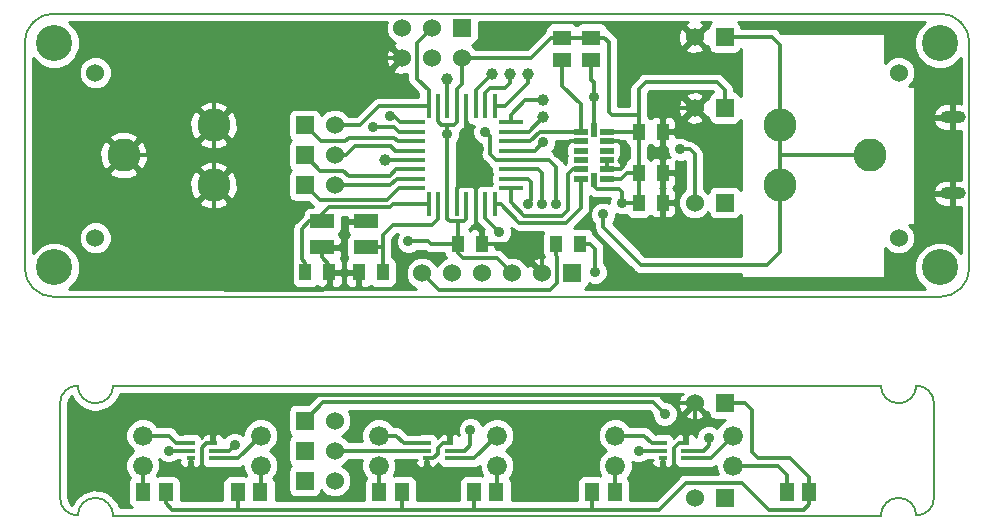
<source format=gbl>
G04 #@! TF.GenerationSoftware,KiCad,Pcbnew,5.0.0-84427f4~65~ubuntu16.04.1*
G04 #@! TF.CreationDate,2018-07-15T21:07:02+05:30*
G04 #@! TF.ProjectId,bebl_v2,6265626C5F76322E6B696361645F7063,rev?*
G04 #@! TF.SameCoordinates,Original*
G04 #@! TF.FileFunction,Copper,L2,Bot,Signal*
G04 #@! TF.FilePolarity,Positive*
%FSLAX46Y46*%
G04 Gerber Fmt 4.6, Leading zero omitted, Abs format (unit mm)*
G04 Created by KiCad (PCBNEW 5.0.0-84427f4~65~ubuntu16.04.1) date Sun Jul 15 21:07:02 2018*
%MOMM*%
%LPD*%
G01*
G04 APERTURE LIST*
G04 #@! TA.AperFunction,NonConductor*
%ADD10C,0.150000*%
G04 #@! TD*
G04 #@! TA.AperFunction,ComponentPad*
%ADD11R,1.524000X1.524000*%
G04 #@! TD*
G04 #@! TA.AperFunction,ComponentPad*
%ADD12C,1.524000*%
G04 #@! TD*
G04 #@! TA.AperFunction,SMDPad,CuDef*
%ADD13R,1.300480X1.498600*%
G04 #@! TD*
G04 #@! TA.AperFunction,SMDPad,CuDef*
%ADD14R,1.066800X1.422400*%
G04 #@! TD*
G04 #@! TA.AperFunction,ComponentPad*
%ADD15C,1.676400*%
G04 #@! TD*
G04 #@! TA.AperFunction,SMDPad,CuDef*
%ADD16R,1.498600X1.300480*%
G04 #@! TD*
G04 #@! TA.AperFunction,ComponentPad*
%ADD17C,3.048000*%
G04 #@! TD*
G04 #@! TA.AperFunction,SMDPad,CuDef*
%ADD18R,0.449580X1.998980*%
G04 #@! TD*
G04 #@! TA.AperFunction,SMDPad,CuDef*
%ADD19R,1.998980X0.449580*%
G04 #@! TD*
G04 #@! TA.AperFunction,SMDPad,CuDef*
%ADD20R,1.145000X0.550000*%
G04 #@! TD*
G04 #@! TA.AperFunction,SMDPad,CuDef*
%ADD21R,0.550000X1.145000*%
G04 #@! TD*
G04 #@! TA.AperFunction,SMDPad,CuDef*
%ADD22R,2.000000X1.200000*%
G04 #@! TD*
G04 #@! TA.AperFunction,BGAPad,CuDef*
%ADD23C,1.000000*%
G04 #@! TD*
G04 #@! TA.AperFunction,SMDPad,CuDef*
%ADD24R,0.700000X0.400000*%
G04 #@! TD*
G04 #@! TA.AperFunction,ComponentPad*
%ADD25C,2.800000*%
G04 #@! TD*
G04 #@! TA.AperFunction,ComponentPad*
%ADD26O,2.150000X1.050000*%
G04 #@! TD*
G04 #@! TA.AperFunction,ViaPad*
%ADD27C,0.900000*%
G04 #@! TD*
G04 #@! TA.AperFunction,Conductor*
%ADD28C,0.300000*%
G04 #@! TD*
G04 #@! TA.AperFunction,Conductor*
%ADD29C,0.254000*%
G04 #@! TD*
G04 APERTURE END LIST*
D10*
X73500000Y-69500000D02*
X74500000Y-69500000D01*
X73500000Y-62000000D02*
X74500000Y-62000000D01*
X74500000Y-69500000D02*
X106500000Y-69500000D01*
X73500000Y-69500000D02*
X41500000Y-69500000D01*
X111000000Y-79000000D02*
X111000000Y-71000000D01*
X41500000Y-80500000D02*
X106500000Y-80500000D01*
X37000000Y-71000000D02*
X37000000Y-79000000D01*
X109500000Y-80500000D02*
G75*
G03X111000000Y-79000000I0J1500000D01*
G01*
X111000000Y-71000000D02*
G75*
G03X109500000Y-69500000I-1500000J0D01*
G01*
X37000000Y-79000000D02*
G75*
G03X38500000Y-80500000I1500000J0D01*
G01*
X38500000Y-69500000D02*
G75*
G03X37000000Y-71000000I0J-1500000D01*
G01*
X109500000Y-80500000D02*
G75*
G03X108000000Y-79000000I-1500000J0D01*
G01*
X108000000Y-79000000D02*
G75*
G03X106500000Y-80500000I0J-1500000D01*
G01*
X108000000Y-71000000D02*
G75*
G03X109500000Y-69500000I0J1500000D01*
G01*
X106500000Y-69500000D02*
G75*
G03X108000000Y-71000000I1500000J0D01*
G01*
X41500000Y-80500000D02*
G75*
G03X40000000Y-79000000I-1500000J0D01*
G01*
X40000000Y-79000000D02*
G75*
G03X38500000Y-80500000I0J-1500000D01*
G01*
X38500000Y-69500000D02*
G75*
G03X40000000Y-71000000I1500000J0D01*
G01*
X40000000Y-71000000D02*
G75*
G03X41500000Y-69500000I0J1500000D01*
G01*
X111500000Y-38000000D02*
X36500000Y-38000000D01*
X114000000Y-59500000D02*
X114000000Y-40500000D01*
X74500000Y-62000000D02*
X111500000Y-62000000D01*
X36500000Y-62000000D02*
X73500000Y-62000000D01*
X34000000Y-40500000D02*
X34000000Y-59500000D01*
X36500000Y-38000000D02*
G75*
G03X34000000Y-40500000I0J-2500000D01*
G01*
X34000000Y-59500000D02*
G75*
G03X36500000Y-62000000I2500000J0D01*
G01*
X111500000Y-62000000D02*
G75*
G03X114000000Y-59500000I0J2500000D01*
G01*
X114000000Y-40500000D02*
G75*
G03X111500000Y-38000000I-2500000J0D01*
G01*
D11*
G04 #@! TO.P,P10,1*
G04 #@! TO.N,Net-(D1-Pad1)*
X93270000Y-79000000D03*
D12*
G04 #@! TO.P,P10,2*
G04 #@! TO.N,/LED_brd/LEDK*
X90730000Y-79000000D03*
G04 #@! TD*
D11*
G04 #@! TO.P,P8,1*
G04 #@! TO.N,/VUSB*
X93270000Y-54000000D03*
D12*
G04 #@! TO.P,P8,2*
G04 #@! TO.N,/LED_K*
X90730000Y-54000000D03*
G04 #@! TD*
D11*
G04 #@! TO.P,P12,1*
G04 #@! TO.N,/LED_brd/LEDD3*
X57730000Y-75000000D03*
D12*
G04 #@! TO.P,P12,2*
G04 #@! TO.N,/LED_brd/LEDP4*
X60270000Y-75000000D03*
G04 #@! TD*
D11*
G04 #@! TO.P,P14,1*
G04 #@! TO.N,/LED_brd/3V3_LED*
X93270000Y-71000000D03*
D12*
G04 #@! TO.P,P14,2*
G04 #@! TO.N,/LED_brd/GND_LED*
X90730000Y-71000000D03*
G04 #@! TD*
D11*
G04 #@! TO.P,P4,1*
G04 #@! TO.N,/LED_D3*
X57730000Y-50000000D03*
D12*
G04 #@! TO.P,P4,2*
G04 #@! TO.N,/LED_P4*
X60270000Y-50000000D03*
G04 #@! TD*
D11*
G04 #@! TO.P,P3,1*
G04 #@! TO.N,/LED_P1*
X57730000Y-52540000D03*
D12*
G04 #@! TO.P,P3,2*
G04 #@! TO.N,/LED_P2*
X60270000Y-52540000D03*
G04 #@! TD*
G04 #@! TO.P,SC8,1*
G04 #@! TO.N,N/C*
X108000000Y-57000000D03*
G04 #@! TD*
G04 #@! TO.P,SC7,1*
G04 #@! TO.N,N/C*
X108000000Y-43000000D03*
G04 #@! TD*
G04 #@! TO.P,SC6,1*
G04 #@! TO.N,N/C*
X40000000Y-43000000D03*
G04 #@! TD*
G04 #@! TO.P,SC5,1*
G04 #@! TO.N,N/C*
X40000000Y-57000000D03*
G04 #@! TD*
D13*
G04 #@! TO.P,R8,1*
G04 #@! TO.N,Net-(D3-Pad1)*
X53952500Y-78500000D03*
G04 #@! TO.P,R8,2*
G04 #@! TO.N,/LED_brd/3V3_LED*
X52047500Y-78500000D03*
G04 #@! TD*
D14*
G04 #@! TO.P,C1,1*
G04 #@! TO.N,/PB6*
X64316000Y-59900000D03*
G04 #@! TO.P,C1,2*
G04 #@! TO.N,GND*
X62284000Y-59900000D03*
G04 #@! TD*
G04 #@! TO.P,C2,1*
G04 #@! TO.N,/PB7*
X57784000Y-59900000D03*
G04 #@! TO.P,C2,2*
G04 #@! TO.N,GND*
X59816000Y-59900000D03*
G04 #@! TD*
G04 #@! TO.P,C3,1*
G04 #@! TO.N,+3.3V*
X70684000Y-57500000D03*
G04 #@! TO.P,C3,2*
G04 #@! TO.N,GND*
X72716000Y-57500000D03*
G04 #@! TD*
G04 #@! TO.P,C4,1*
G04 #@! TO.N,Net-(C4-Pad1)*
X78984000Y-57500000D03*
G04 #@! TO.P,C4,2*
G04 #@! TO.N,/RESET*
X81016000Y-57500000D03*
G04 #@! TD*
G04 #@! TO.P,C9,1*
G04 #@! TO.N,+3.3V*
X85984000Y-51500000D03*
G04 #@! TO.P,C9,2*
G04 #@! TO.N,GND*
X88016000Y-51500000D03*
G04 #@! TD*
G04 #@! TO.P,C11,1*
G04 #@! TO.N,+3.3V*
X85984000Y-54000000D03*
G04 #@! TO.P,C11,2*
G04 #@! TO.N,GND*
X88016000Y-54000000D03*
G04 #@! TD*
G04 #@! TO.P,C10,1*
G04 #@! TO.N,+3.3V*
X85984000Y-48000000D03*
G04 #@! TO.P,C10,2*
G04 #@! TO.N,GND*
X88016000Y-48000000D03*
G04 #@! TD*
D15*
G04 #@! TO.P,D7,1*
G04 #@! TO.N,Net-(D7-Pad1)*
X94000000Y-76270000D03*
G04 #@! TO.P,D7,2*
G04 #@! TO.N,Net-(D7-Pad2)*
X94000000Y-73730000D03*
G04 #@! TD*
G04 #@! TO.P,D6,1*
G04 #@! TO.N,Net-(D6-Pad1)*
X84000000Y-76270000D03*
G04 #@! TO.P,D6,2*
G04 #@! TO.N,Net-(D6-Pad2)*
X84000000Y-73730000D03*
G04 #@! TD*
G04 #@! TO.P,D5,1*
G04 #@! TO.N,Net-(D5-Pad1)*
X74000000Y-76270000D03*
G04 #@! TO.P,D5,2*
G04 #@! TO.N,Net-(D5-Pad2)*
X74000000Y-73730000D03*
G04 #@! TD*
G04 #@! TO.P,D4,1*
G04 #@! TO.N,Net-(D4-Pad1)*
X64000000Y-76270000D03*
G04 #@! TO.P,D4,2*
G04 #@! TO.N,Net-(D4-Pad2)*
X64000000Y-73730000D03*
G04 #@! TD*
G04 #@! TO.P,D3,1*
G04 #@! TO.N,Net-(D3-Pad1)*
X54000000Y-76270000D03*
G04 #@! TO.P,D3,2*
G04 #@! TO.N,Net-(D3-Pad2)*
X54000000Y-73730000D03*
G04 #@! TD*
G04 #@! TO.P,D2,1*
G04 #@! TO.N,Net-(D2-Pad1)*
X44000000Y-76270000D03*
G04 #@! TO.P,D2,2*
G04 #@! TO.N,Net-(D2-Pad2)*
X44000000Y-73730000D03*
G04 #@! TD*
D11*
G04 #@! TO.P,P2,1*
G04 #@! TO.N,GND*
X80350000Y-60000000D03*
D12*
G04 #@! TO.P,P2,2*
X77810000Y-60000000D03*
G04 #@! TO.P,P2,3*
G04 #@! TO.N,+3.3V*
X75270000Y-60000000D03*
G04 #@! TO.P,P2,4*
G04 #@! TO.N,/RXD*
X72730000Y-60000000D03*
G04 #@! TO.P,P2,5*
G04 #@! TO.N,/TXD*
X70190000Y-60000000D03*
G04 #@! TO.P,P2,6*
G04 #@! TO.N,Net-(C4-Pad1)*
X67650000Y-60000000D03*
G04 #@! TD*
D16*
G04 #@! TO.P,R2,1*
G04 #@! TO.N,+3.3V*
X79500000Y-40047500D03*
G04 #@! TO.P,R2,2*
G04 #@! TO.N,/SDA*
X79500000Y-41952500D03*
G04 #@! TD*
G04 #@! TO.P,R3,1*
G04 #@! TO.N,+3.3V*
X82000000Y-40047500D03*
G04 #@! TO.P,R3,2*
G04 #@! TO.N,/SCL*
X82000000Y-41952500D03*
G04 #@! TD*
D17*
G04 #@! TO.P,SC1,1*
G04 #@! TO.N,N/C*
X36500000Y-59500000D03*
G04 #@! TD*
G04 #@! TO.P,SC2,1*
G04 #@! TO.N,N/C*
X111500000Y-40500000D03*
G04 #@! TD*
G04 #@! TO.P,SC3,1*
G04 #@! TO.N,N/C*
X111500000Y-59500000D03*
G04 #@! TD*
G04 #@! TO.P,SC4,1*
G04 #@! TO.N,N/C*
X36500000Y-40500000D03*
G04 #@! TD*
D18*
G04 #@! TO.P,U1,8*
G04 #@! TO.N,/PB7*
X68200920Y-54150360D03*
G04 #@! TO.P,U1,7*
G04 #@! TO.N,/PB6*
X69001020Y-54150360D03*
G04 #@! TO.P,U1,6*
G04 #@! TO.N,+3.3V*
X69801120Y-54150360D03*
G04 #@! TO.P,U1,5*
G04 #@! TO.N,GND*
X70601220Y-54150360D03*
G04 #@! TO.P,U1,4*
G04 #@! TO.N,+3.3V*
X71398780Y-54150360D03*
G04 #@! TO.P,U1,3*
G04 #@! TO.N,GND*
X72198880Y-54150360D03*
G04 #@! TO.P,U1,2*
G04 #@! TO.N,/MODE*
X72998980Y-54150360D03*
G04 #@! TO.P,U1,1*
G04 #@! TO.N,/ACL_INT1*
X73799080Y-54150360D03*
G04 #@! TO.P,U1,24*
G04 #@! TO.N,Net-(B2-Pad1)*
X73799080Y-45849640D03*
G04 #@! TO.P,U1,17*
G04 #@! TO.N,/LED_B6*
X68200920Y-45849640D03*
G04 #@! TO.P,U1,18*
G04 #@! TO.N,+3.3V*
X69001020Y-45849640D03*
G04 #@! TO.P,U1,19*
G04 #@! TO.N,Net-(B5-Pad1)*
X69801120Y-45849640D03*
G04 #@! TO.P,U1,20*
G04 #@! TO.N,+3.3V*
X70601220Y-45849640D03*
G04 #@! TO.P,U1,21*
G04 #@! TO.N,GND*
X71398780Y-45849640D03*
G04 #@! TO.P,U1,22*
G04 #@! TO.N,Net-(B6-Pad1)*
X72198880Y-45849640D03*
G04 #@! TO.P,U1,23*
G04 #@! TO.N,Net-(B1-Pad1)*
X72998980Y-45849640D03*
D19*
G04 #@! TO.P,U1,32*
G04 #@! TO.N,/ACL_INT2*
X75150360Y-52799080D03*
G04 #@! TO.P,U1,31*
G04 #@! TO.N,/TXD*
X75150360Y-51998980D03*
G04 #@! TO.P,U1,30*
G04 #@! TO.N,/RXD*
X75150360Y-51198880D03*
G04 #@! TO.P,U1,29*
G04 #@! TO.N,/RESET*
X75150360Y-50398780D03*
G04 #@! TO.P,U1,28*
G04 #@! TO.N,/SCL*
X75150360Y-49601220D03*
G04 #@! TO.P,U1,27*
G04 #@! TO.N,/SDA*
X75150360Y-48801120D03*
G04 #@! TO.P,U1,26*
G04 #@! TO.N,Net-(B4-Pad1)*
X75150360Y-48001020D03*
G04 #@! TO.P,U1,25*
G04 #@! TO.N,Net-(B3-Pad1)*
X75150360Y-47200920D03*
G04 #@! TO.P,U1,9*
G04 #@! TO.N,/LED_P1*
X66849640Y-52799080D03*
G04 #@! TO.P,U1,10*
G04 #@! TO.N,/LED_P2*
X66849640Y-51998980D03*
G04 #@! TO.P,U1,11*
G04 #@! TO.N,/LED_D3*
X66849640Y-51198880D03*
G04 #@! TO.P,U1,12*
G04 #@! TO.N,Net-(B7-Pad1)*
X66849640Y-50398780D03*
G04 #@! TO.P,U1,13*
G04 #@! TO.N,/LED_P4*
X66849640Y-49601220D03*
G04 #@! TO.P,U1,14*
G04 #@! TO.N,/LED_P5*
X66849640Y-48801120D03*
G04 #@! TO.P,U1,15*
G04 #@! TO.N,/MOSI*
X66849640Y-48001020D03*
G04 #@! TO.P,U1,16*
G04 #@! TO.N,/MISO*
X66849640Y-47200920D03*
G04 #@! TD*
D20*
G04 #@! TO.P,U4,6*
G04 #@! TO.N,+3.3V*
X83300000Y-52000000D03*
G04 #@! TO.P,U4,5*
G04 #@! TO.N,GND*
X83300000Y-51200000D03*
G04 #@! TO.P,U4,1*
G04 #@! TO.N,+3.3V*
X83300000Y-48000000D03*
G04 #@! TO.P,U4,2*
G04 #@! TO.N,GND*
X83300000Y-48800000D03*
G04 #@! TO.P,U4,3*
G04 #@! TO.N,N/C*
X83300000Y-49600000D03*
G04 #@! TO.P,U4,4*
G04 #@! TO.N,GND*
X83300000Y-50400000D03*
G04 #@! TO.P,U4,10*
G04 #@! TO.N,N/C*
X81100000Y-50400000D03*
G04 #@! TO.P,U4,11*
X81100000Y-49600000D03*
G04 #@! TO.P,U4,12*
G04 #@! TO.N,GND*
X81100000Y-48800000D03*
G04 #@! TO.P,U4,13*
G04 #@! TO.N,/SDA*
X81100000Y-48000000D03*
G04 #@! TO.P,U4,9*
G04 #@! TO.N,/ACL_INT2*
X81100000Y-51200000D03*
G04 #@! TO.P,U4,8*
G04 #@! TO.N,/ACL_INT1*
X81100000Y-52000000D03*
D21*
G04 #@! TO.P,U4,7*
G04 #@! TO.N,+3.3V*
X82200000Y-52100000D03*
G04 #@! TO.P,U4,14*
G04 #@! TO.N,/SCL*
X82200000Y-47900000D03*
G04 #@! TD*
D22*
G04 #@! TO.P,X1,1*
G04 #@! TO.N,/PB6*
X62900000Y-57800000D03*
G04 #@! TO.P,X1,2*
G04 #@! TO.N,/PB7*
X59200000Y-55600000D03*
G04 #@! TO.P,X1,3*
G04 #@! TO.N,GND*
X62900000Y-55600000D03*
X59200000Y-57800000D03*
G04 #@! TD*
D23*
G04 #@! TO.P,B1,1*
G04 #@! TO.N,Net-(B1-Pad1)*
X75100000Y-43100000D03*
G04 #@! TD*
G04 #@! TO.P,B2,1*
G04 #@! TO.N,Net-(B2-Pad1)*
X76600000Y-43100000D03*
G04 #@! TD*
G04 #@! TO.P,B3,1*
G04 #@! TO.N,Net-(B3-Pad1)*
X77900000Y-45300000D03*
G04 #@! TD*
G04 #@! TO.P,B4,1*
G04 #@! TO.N,Net-(B4-Pad1)*
X77900000Y-46800000D03*
G04 #@! TD*
G04 #@! TO.P,B5,1*
G04 #@! TO.N,Net-(B5-Pad1)*
X69800000Y-43500000D03*
G04 #@! TD*
G04 #@! TO.P,B6,1*
G04 #@! TO.N,Net-(B6-Pad1)*
X73600000Y-43100000D03*
G04 #@! TD*
D11*
G04 #@! TO.P,P1,1*
G04 #@! TO.N,/MISO*
X71040000Y-39230000D03*
D12*
G04 #@! TO.P,P1,2*
G04 #@! TO.N,+3.3V*
X71040000Y-41770000D03*
G04 #@! TO.P,P1,3*
G04 #@! TO.N,/LED_B6*
X68500000Y-39230000D03*
G04 #@! TO.P,P1,4*
G04 #@! TO.N,/MOSI*
X68500000Y-41770000D03*
G04 #@! TO.P,P1,5*
G04 #@! TO.N,/RESET*
X65960000Y-39230000D03*
G04 #@! TO.P,P1,6*
G04 #@! TO.N,GND*
X65960000Y-41770000D03*
G04 #@! TD*
D23*
G04 #@! TO.P,B7,1*
G04 #@! TO.N,Net-(B7-Pad1)*
X64500000Y-50400000D03*
G04 #@! TD*
D11*
G04 #@! TO.P,P5,1*
G04 #@! TO.N,/LED_P5*
X57730000Y-47460000D03*
D12*
G04 #@! TO.P,P5,2*
G04 #@! TO.N,/LED_B6*
X60270000Y-47460000D03*
G04 #@! TD*
D11*
G04 #@! TO.P,P6,1*
G04 #@! TO.N,+3.3V*
X93270000Y-46000000D03*
D12*
G04 #@! TO.P,P6,2*
G04 #@! TO.N,GND*
X90730000Y-46000000D03*
G04 #@! TD*
D11*
G04 #@! TO.P,P9,1*
G04 #@! TO.N,/BAT*
X93270000Y-40000000D03*
D12*
G04 #@! TO.P,P9,2*
G04 #@! TO.N,GND*
X90730000Y-40000000D03*
G04 #@! TD*
D11*
G04 #@! TO.P,P13,1*
G04 #@! TO.N,/LED_brd/LEDP5*
X57730000Y-72460000D03*
D12*
G04 #@! TO.P,P13,2*
G04 #@! TO.N,/LED_brd/LEDB6*
X60270000Y-72460000D03*
G04 #@! TD*
D11*
G04 #@! TO.P,P11,1*
G04 #@! TO.N,/LED_brd/LEDP1*
X57730000Y-77540000D03*
D12*
G04 #@! TO.P,P11,2*
G04 #@! TO.N,/LED_brd/LEDP2*
X60270000Y-77540000D03*
G04 #@! TD*
D13*
G04 #@! TO.P,R7,1*
G04 #@! TO.N,Net-(D2-Pad1)*
X44047500Y-78500000D03*
G04 #@! TO.P,R7,2*
G04 #@! TO.N,/LED_brd/3V3_LED*
X45952500Y-78500000D03*
G04 #@! TD*
G04 #@! TO.P,R9,1*
G04 #@! TO.N,Net-(D4-Pad1)*
X64047500Y-78500000D03*
G04 #@! TO.P,R9,2*
G04 #@! TO.N,/LED_brd/3V3_LED*
X65952500Y-78500000D03*
G04 #@! TD*
G04 #@! TO.P,R10,1*
G04 #@! TO.N,Net-(D5-Pad1)*
X73952500Y-78500000D03*
G04 #@! TO.P,R10,2*
G04 #@! TO.N,/LED_brd/3V3_LED*
X72047500Y-78500000D03*
G04 #@! TD*
G04 #@! TO.P,R11,1*
G04 #@! TO.N,Net-(D6-Pad1)*
X83952500Y-78500000D03*
G04 #@! TO.P,R11,2*
G04 #@! TO.N,/LED_brd/3V3_LED*
X82047500Y-78500000D03*
G04 #@! TD*
G04 #@! TO.P,R12,1*
G04 #@! TO.N,Net-(D7-Pad1)*
X98547500Y-78500000D03*
G04 #@! TO.P,R12,2*
G04 #@! TO.N,/LED_brd/3V3_LED*
X100452500Y-78500000D03*
G04 #@! TD*
D24*
G04 #@! TO.P,Q1,1*
G04 #@! TO.N,/LED_brd/GND_LED*
X49950000Y-74350000D03*
G04 #@! TO.P,Q1,3*
G04 #@! TO.N,Net-(D3-Pad2)*
X49950000Y-75650000D03*
G04 #@! TO.P,Q1,2*
G04 #@! TO.N,/LED_brd/LEDP1*
X49950000Y-75000000D03*
G04 #@! TO.P,Q1,4*
G04 #@! TO.N,/LED_brd/GND_LED*
X48050000Y-75650000D03*
G04 #@! TO.P,Q1,5*
G04 #@! TO.N,/LED_brd/LEDP2*
X48050000Y-75000000D03*
G04 #@! TO.P,Q1,6*
G04 #@! TO.N,Net-(D2-Pad2)*
X48050000Y-74350000D03*
G04 #@! TD*
G04 #@! TO.P,Q2,1*
G04 #@! TO.N,/LED_brd/GND_LED*
X69950000Y-74350000D03*
G04 #@! TO.P,Q2,3*
G04 #@! TO.N,Net-(D5-Pad2)*
X69950000Y-75650000D03*
G04 #@! TO.P,Q2,2*
G04 #@! TO.N,/LED_brd/LEDD3*
X69950000Y-75000000D03*
G04 #@! TO.P,Q2,4*
G04 #@! TO.N,/LED_brd/GND_LED*
X68050000Y-75650000D03*
G04 #@! TO.P,Q2,5*
G04 #@! TO.N,/LED_brd/LEDP4*
X68050000Y-75000000D03*
G04 #@! TO.P,Q2,6*
G04 #@! TO.N,Net-(D4-Pad2)*
X68050000Y-74350000D03*
G04 #@! TD*
G04 #@! TO.P,Q3,1*
G04 #@! TO.N,/LED_brd/GND_LED*
X89950000Y-74350000D03*
G04 #@! TO.P,Q3,3*
G04 #@! TO.N,Net-(D7-Pad2)*
X89950000Y-75650000D03*
G04 #@! TO.P,Q3,2*
G04 #@! TO.N,/LED_brd/LEDP5*
X89950000Y-75000000D03*
G04 #@! TO.P,Q3,4*
G04 #@! TO.N,/LED_brd/GND_LED*
X88050000Y-75650000D03*
G04 #@! TO.P,Q3,5*
G04 #@! TO.N,/LED_brd/LEDB6*
X88050000Y-75000000D03*
G04 #@! TO.P,Q3,6*
G04 #@! TO.N,Net-(D6-Pad2)*
X88050000Y-74350000D03*
G04 #@! TD*
D25*
G04 #@! TO.P,B9,1*
G04 #@! TO.N,GND*
X50000000Y-52540000D03*
X50000000Y-47460000D03*
X42380000Y-50000000D03*
G04 #@! TD*
G04 #@! TO.P,B8,1*
G04 #@! TO.N,/BAT*
X98000000Y-47460000D03*
X98000000Y-52540000D03*
X105620000Y-50000000D03*
G04 #@! TD*
D26*
G04 #@! TO.P,P7,T5*
G04 #@! TO.N,GND*
X112575000Y-53225000D03*
G04 #@! TO.P,P7,T6*
X112575000Y-46775000D03*
G04 #@! TD*
D27*
G04 #@! TO.N,/BAT*
X83000000Y-55000000D03*
G04 #@! TO.N,GND*
X72500000Y-49500000D03*
X89000000Y-57800000D03*
X84700000Y-50400000D03*
X79200000Y-49800000D03*
G04 #@! TO.N,+3.3V*
X66500000Y-57300000D03*
X69800000Y-48200000D03*
X84600000Y-54000000D03*
G04 #@! TO.N,/RESET*
X79000000Y-54100000D03*
X82300000Y-59900000D03*
X73000000Y-48000000D03*
G04 #@! TO.N,/MISO*
X64900000Y-46700000D03*
G04 #@! TO.N,/MOSI*
X63500000Y-47600000D03*
G04 #@! TO.N,/RXD*
X77800000Y-54100000D03*
G04 #@! TO.N,/TXD*
X76600000Y-54100000D03*
G04 #@! TO.N,/SCL*
X82200000Y-45100000D03*
X77900000Y-48900000D03*
G04 #@! TO.N,/MODE*
X74200000Y-56500000D03*
G04 #@! TO.N,/LED_brd/GND_LED*
X69088000Y-77216000D03*
G04 #@! TO.N,/LED_K*
X89500000Y-49500000D03*
G04 #@! TO.N,/LED_brd/LEDP1*
X51800000Y-74500000D03*
G04 #@! TO.N,/LED_brd/LEDP2*
X46200000Y-75000000D03*
G04 #@! TO.N,/LED_brd/LEDD3*
X71750000Y-73250000D03*
G04 #@! TO.N,/LED_brd/LEDP5*
X91948000Y-73914000D03*
X88200000Y-71900000D03*
G04 #@! TO.N,/LED_brd/LEDB6*
X86000000Y-75000000D03*
G04 #@! TD*
D28*
G04 #@! TO.N,Net-(B1-Pad1)*
X72998980Y-44701020D02*
X73400000Y-44300000D01*
X73400000Y-44300000D02*
X74700000Y-44300000D01*
X74700000Y-44300000D02*
X75100000Y-43900000D01*
X75100000Y-43900000D02*
X75100000Y-43100000D01*
X72998980Y-45849640D02*
X72998980Y-44701020D01*
G04 #@! TO.N,Net-(B2-Pad1)*
X74650360Y-45849640D02*
X76600000Y-43900000D01*
X76600000Y-43900000D02*
X76600000Y-43100000D01*
X73799080Y-45849640D02*
X74650360Y-45849640D01*
G04 #@! TO.N,Net-(B3-Pad1)*
X75150360Y-46549640D02*
X76400000Y-45300000D01*
X76400000Y-45300000D02*
X77900000Y-45300000D01*
X75150360Y-47200920D02*
X75150360Y-46549640D01*
G04 #@! TO.N,Net-(B4-Pad1)*
X76698980Y-48001020D02*
X77900000Y-46800000D01*
X75150360Y-48001020D02*
X76698980Y-48001020D01*
G04 #@! TO.N,Net-(B5-Pad1)*
X69801120Y-43501120D02*
X69800000Y-43500000D01*
X69801120Y-45849640D02*
X69801120Y-43501120D01*
G04 #@! TO.N,Net-(B6-Pad1)*
X72198880Y-44501120D02*
X73600000Y-43100000D01*
X72198880Y-45849640D02*
X72198880Y-44501120D01*
G04 #@! TO.N,/BAT*
X83000000Y-56100000D02*
X86200000Y-59300000D01*
X83000000Y-55000000D02*
X83000000Y-56100000D01*
X98000000Y-58200000D02*
X98000000Y-52540000D01*
X96900000Y-59300000D02*
X86200000Y-59300000D01*
X98000000Y-58200000D02*
X96900000Y-59300000D01*
X97300000Y-40000000D02*
X98000000Y-40700000D01*
X98000000Y-40700000D02*
X98000000Y-47460000D01*
X93270000Y-40000000D02*
X97300000Y-40000000D01*
X98000000Y-50000000D02*
X98000000Y-52540000D01*
X98000000Y-47460000D02*
X98000000Y-50000000D01*
X105620000Y-50000000D02*
X98000000Y-50000000D01*
G04 #@! TO.N,GND*
X72198880Y-54150360D02*
X72198880Y-56098880D01*
X72198880Y-56098880D02*
X72716000Y-56616000D01*
X72716000Y-57500000D02*
X76800000Y-57500000D01*
X76800000Y-57500000D02*
X77810000Y-58510000D01*
X88016000Y-48000000D02*
X88016000Y-46684000D01*
X88700000Y-46000000D02*
X90730000Y-46000000D01*
X88016000Y-46684000D02*
X88700000Y-46000000D01*
X72500000Y-49500000D02*
X71400000Y-49500000D01*
X83300000Y-51200000D02*
X83300000Y-50400000D01*
X88016000Y-54000000D02*
X88016000Y-51500000D01*
X88016000Y-51500000D02*
X88016000Y-48000000D01*
X70601220Y-52798780D02*
X70800000Y-52600000D01*
X71400000Y-52600000D02*
X72000000Y-52600000D01*
X70800000Y-52600000D02*
X71400000Y-52600000D01*
X72000000Y-52600000D02*
X72198880Y-52798880D01*
X72198880Y-52798880D02*
X72198880Y-54150360D01*
X70601220Y-54150360D02*
X70601220Y-52798780D01*
X71400000Y-49100000D02*
X71398780Y-49098780D01*
X71400000Y-49500000D02*
X71400000Y-49100000D01*
X71398780Y-49098780D02*
X71398780Y-45849640D01*
X71400000Y-52600000D02*
X71400000Y-49500000D01*
X50000000Y-50000000D02*
X50000000Y-52540000D01*
X50000000Y-47460000D02*
X50000000Y-50000000D01*
X42380000Y-50000000D02*
X50000000Y-50000000D01*
X59200000Y-57800000D02*
X59200000Y-58250000D01*
X72716000Y-56616000D02*
X72716000Y-57500000D01*
X77810000Y-60000000D02*
X77810000Y-58510000D01*
X88016000Y-55716000D02*
X89000000Y-56700000D01*
X89000000Y-56700000D02*
X89000000Y-57800000D01*
X88016000Y-54000000D02*
X88016000Y-55716000D01*
X62900000Y-55600000D02*
X62350000Y-55600000D01*
X50000000Y-60400000D02*
X50000000Y-52540000D01*
X84700000Y-49200000D02*
X84700000Y-50400000D01*
X83300000Y-48800000D02*
X84300000Y-48800000D01*
X84300000Y-48800000D02*
X84700000Y-49200000D01*
X84500000Y-51200000D02*
X84700000Y-51000000D01*
X83300000Y-51200000D02*
X84500000Y-51200000D01*
X84700000Y-51000000D02*
X84700000Y-50400000D01*
X80200000Y-48800000D02*
X79200000Y-49800000D01*
X81100000Y-48800000D02*
X80200000Y-48800000D01*
X52030000Y-41770000D02*
X50000000Y-43800000D01*
X50000000Y-43800000D02*
X50000000Y-47460000D01*
X65960000Y-41770000D02*
X52030000Y-41770000D01*
X59200000Y-58650000D02*
X59200000Y-57800000D01*
X60650000Y-57800000D02*
X61050000Y-57400000D01*
X61050000Y-57400000D02*
X61050000Y-55850000D01*
X61050000Y-55850000D02*
X61300000Y-55600000D01*
X61300000Y-55600000D02*
X62900000Y-55600000D01*
X59200000Y-57800000D02*
X60650000Y-57800000D01*
X51000000Y-61400000D02*
X50000000Y-60400000D01*
X59816000Y-59900000D02*
X62284000Y-59900000D01*
X59816000Y-59900000D02*
X59816000Y-59416000D01*
X59816000Y-59900000D02*
X59816000Y-60884000D01*
X59816000Y-59266000D02*
X59200000Y-58650000D01*
X59816000Y-59900000D02*
X59816000Y-59266000D01*
X59300000Y-61400000D02*
X51000000Y-61400000D01*
X59816000Y-60884000D02*
X59300000Y-61400000D01*
G04 #@! TO.N,/PB6*
X62900000Y-57800000D02*
X62900000Y-58050000D01*
X69001020Y-55398980D02*
X68500000Y-55900000D01*
X69001020Y-54150360D02*
X69001020Y-55398980D01*
X64316000Y-57800000D02*
X62900000Y-57800000D01*
X64316000Y-59900000D02*
X64316000Y-57800000D01*
X64316000Y-56784000D02*
X65200000Y-55900000D01*
X65200000Y-55900000D02*
X68500000Y-55900000D01*
X64316000Y-57800000D02*
X64316000Y-56784000D01*
G04 #@! TO.N,/PB7*
X57784000Y-59084000D02*
X57450000Y-58750000D01*
X57450000Y-58750000D02*
X57450000Y-56250000D01*
X57784000Y-59900000D02*
X57784000Y-59084000D01*
X65199640Y-54150360D02*
X68200920Y-54150360D01*
X64950000Y-54400000D02*
X65199640Y-54150360D01*
X59200000Y-55600000D02*
X58350000Y-55600000D01*
X58100000Y-55600000D02*
X59200000Y-55600000D01*
X59200000Y-55000000D02*
X59200000Y-55600000D01*
X59800000Y-54400000D02*
X59200000Y-55000000D01*
X64950000Y-54400000D02*
X59800000Y-54400000D01*
X57450000Y-56250000D02*
X58100000Y-55600000D01*
G04 #@! TO.N,+3.3V*
X66500000Y-57300000D02*
X68200000Y-57300000D01*
X68200000Y-57300000D02*
X68400000Y-57500000D01*
X68400000Y-57500000D02*
X70684000Y-57500000D01*
X93270000Y-46000000D02*
X93270000Y-44470000D01*
X93270000Y-44470000D02*
X92600000Y-43800000D01*
X69801120Y-54150360D02*
X69801120Y-48201120D01*
X69801120Y-48201120D02*
X69800000Y-48200000D01*
X69800000Y-48200000D02*
X69800000Y-47400000D01*
X70601220Y-45849640D02*
X70601220Y-44398780D01*
X71040000Y-43960000D02*
X71040000Y-41770000D01*
X70601220Y-44398780D02*
X71040000Y-43960000D01*
X84600000Y-54000000D02*
X85984000Y-54000000D01*
X85000000Y-51500000D02*
X85984000Y-51500000D01*
X84500000Y-52000000D02*
X85000000Y-51500000D01*
X83300000Y-52000000D02*
X84500000Y-52000000D01*
X83300000Y-48000000D02*
X85984000Y-48000000D01*
X85984000Y-48000000D02*
X85984000Y-51500000D01*
X85984000Y-51500000D02*
X85984000Y-54000000D01*
X79500000Y-40047500D02*
X82000000Y-40047500D01*
X85984000Y-46600000D02*
X85984000Y-48000000D01*
X85984000Y-44416000D02*
X85984000Y-46600000D01*
X69001020Y-47101020D02*
X69300000Y-47400000D01*
X69001020Y-45849640D02*
X69001020Y-47101020D01*
X69300000Y-47400000D02*
X69800000Y-47400000D01*
X69800000Y-47400000D02*
X70400000Y-47400000D01*
X70601220Y-47198780D02*
X70601220Y-45849640D01*
X70400000Y-47400000D02*
X70601220Y-47198780D01*
X71398780Y-55401220D02*
X71200000Y-55600000D01*
X70684000Y-55600000D02*
X70000000Y-55600000D01*
X71200000Y-55600000D02*
X70684000Y-55600000D01*
X70000000Y-55600000D02*
X69801120Y-55401120D01*
X69801120Y-55401120D02*
X69801120Y-54150360D01*
X71398780Y-54150360D02*
X71398780Y-55401220D01*
X78602500Y-40047500D02*
X76880000Y-41770000D01*
X79500000Y-40047500D02*
X78602500Y-40047500D01*
X76880000Y-41770000D02*
X71040000Y-41770000D01*
X70684000Y-57500000D02*
X70684000Y-55600000D01*
X70684000Y-58284000D02*
X71100000Y-58700000D01*
X70684000Y-57500000D02*
X70684000Y-58284000D01*
X86600000Y-43800000D02*
X85984000Y-44416000D01*
X92600000Y-43800000D02*
X86600000Y-43800000D01*
X83500000Y-46350000D02*
X83750000Y-46600000D01*
X83500000Y-40450000D02*
X83097500Y-40047500D01*
X83500000Y-46350000D02*
X83500000Y-40450000D01*
X83097500Y-40047500D02*
X82000000Y-40047500D01*
X85984000Y-46600000D02*
X83750000Y-46600000D01*
X82450000Y-52850000D02*
X84300000Y-52850000D01*
X84300000Y-52850000D02*
X84600000Y-53150000D01*
X84600000Y-53150000D02*
X84600000Y-54000000D01*
X82200000Y-52600000D02*
X82450000Y-52850000D01*
X82200000Y-52100000D02*
X82200000Y-52600000D01*
X73970000Y-58700000D02*
X75270000Y-60000000D01*
X71100000Y-58700000D02*
X73970000Y-58700000D01*
G04 #@! TO.N,Net-(C4-Pad1)*
X78984000Y-58484000D02*
X79100000Y-58600000D01*
X79100000Y-58600000D02*
X79100000Y-60800000D01*
X79100000Y-60800000D02*
X78500000Y-61400000D01*
X78500000Y-61400000D02*
X69050000Y-61400000D01*
X69050000Y-61400000D02*
X67650000Y-60000000D01*
X78984000Y-57500000D02*
X78984000Y-58484000D01*
G04 #@! TO.N,/RESET*
X75150360Y-50398780D02*
X78398780Y-50398780D01*
X79000000Y-51000000D02*
X79000000Y-54100000D01*
X78398780Y-50398780D02*
X79000000Y-51000000D01*
X82300000Y-57900000D02*
X82300000Y-59900000D01*
X75150360Y-50398780D02*
X73898780Y-50398780D01*
X73400000Y-48400000D02*
X73000000Y-48000000D01*
X73400000Y-49900000D02*
X73400000Y-48400000D01*
X73898780Y-50398780D02*
X73400000Y-49900000D01*
X81900000Y-57500000D02*
X82300000Y-57900000D01*
X81016000Y-57500000D02*
X81900000Y-57500000D01*
G04 #@! TO.N,Net-(D2-Pad1)*
X44000000Y-76270000D02*
X44000000Y-78452500D01*
X44000000Y-78452500D02*
X44047500Y-78500000D01*
G04 #@! TO.N,Net-(D3-Pad1)*
X54000000Y-76270000D02*
X54000000Y-78452500D01*
X54000000Y-78452500D02*
X53952500Y-78500000D01*
G04 #@! TO.N,Net-(D4-Pad1)*
X64000000Y-76270000D02*
X64000000Y-78452500D01*
X64000000Y-78452500D02*
X64047500Y-78500000D01*
G04 #@! TO.N,Net-(D5-Pad1)*
X74000000Y-76270000D02*
X74000000Y-78452500D01*
X74000000Y-78452500D02*
X73952500Y-78500000D01*
G04 #@! TO.N,/MISO*
X66849640Y-47200920D02*
X65800920Y-47200920D01*
X65300000Y-46700000D02*
X64900000Y-46700000D01*
X65800920Y-47200920D02*
X65300000Y-46700000D01*
G04 #@! TO.N,/MOSI*
X65701020Y-48001020D02*
X66849640Y-48001020D01*
X65300000Y-47600000D02*
X65701020Y-48001020D01*
X63500000Y-47600000D02*
X65300000Y-47600000D01*
G04 #@! TO.N,/RXD*
X75150360Y-51198880D02*
X77498880Y-51198880D01*
X77800000Y-51500000D02*
X77800000Y-54100000D01*
X77498880Y-51198880D02*
X77800000Y-51500000D01*
G04 #@! TO.N,/TXD*
X75150360Y-51998980D02*
X76598980Y-51998980D01*
X76900000Y-53800000D02*
X76600000Y-54100000D01*
X76900000Y-52300000D02*
X76900000Y-53800000D01*
X76598980Y-51998980D02*
X76900000Y-52300000D01*
G04 #@! TO.N,/ACL_INT1*
X74350360Y-54150360D02*
X73799080Y-54150360D01*
X81100000Y-54450000D02*
X81100000Y-52000000D01*
X79850000Y-55700000D02*
X81100000Y-54450000D01*
X75900000Y-55700000D02*
X74350360Y-54150360D01*
X79850000Y-55700000D02*
X75900000Y-55700000D01*
G04 #@! TO.N,/ACL_INT2*
X75150360Y-52799080D02*
X75150360Y-53950360D01*
X80000000Y-54600000D02*
X80000000Y-51600000D01*
X79500000Y-55100000D02*
X80000000Y-54600000D01*
X76300000Y-55100000D02*
X79500000Y-55100000D01*
X75150360Y-53950360D02*
X76300000Y-55100000D01*
X80000000Y-51600000D02*
X80400000Y-51200000D01*
X80400000Y-51200000D02*
X81100000Y-51200000D01*
G04 #@! TO.N,/SDA*
X81100000Y-45700000D02*
X79500000Y-44100000D01*
X79500000Y-44100000D02*
X79500000Y-41952500D01*
X81100000Y-48000000D02*
X81100000Y-45700000D01*
X76798880Y-48801120D02*
X77600000Y-48000000D01*
X77600000Y-48000000D02*
X81100000Y-48000000D01*
X75150360Y-48801120D02*
X76798880Y-48801120D01*
G04 #@! TO.N,/SCL*
X82200000Y-45100000D02*
X82200000Y-43800000D01*
X82200000Y-43800000D02*
X82000000Y-43600000D01*
X75150360Y-49601220D02*
X77198780Y-49601220D01*
X77198780Y-49601220D02*
X77900000Y-48900000D01*
X82000000Y-43600000D02*
X82000000Y-41952500D01*
X82200000Y-47900000D02*
X82200000Y-45100000D01*
G04 #@! TO.N,/MODE*
X72998980Y-54150360D02*
X72998980Y-55298980D01*
X72998980Y-55298980D02*
X74200000Y-56500000D01*
G04 #@! TO.N,Net-(B7-Pad1)*
X64501220Y-50398780D02*
X64500000Y-50400000D01*
X66849640Y-50398780D02*
X64501220Y-50398780D01*
G04 #@! TO.N,Net-(D2-Pad2)*
X44000000Y-73730000D02*
X46230000Y-73730000D01*
X46850000Y-74350000D02*
X48050000Y-74350000D01*
X46230000Y-73730000D02*
X46850000Y-74350000D01*
G04 #@! TO.N,Net-(D3-Pad2)*
X49950000Y-75650000D02*
X52080000Y-75650000D01*
X52080000Y-75650000D02*
X54000000Y-73730000D01*
G04 #@! TO.N,Net-(D4-Pad2)*
X64000000Y-73730000D02*
X65480000Y-73730000D01*
X66100000Y-74350000D02*
X68050000Y-74350000D01*
X65480000Y-73730000D02*
X66100000Y-74350000D01*
G04 #@! TO.N,Net-(D5-Pad2)*
X69950000Y-75650000D02*
X72080000Y-75650000D01*
X72080000Y-75650000D02*
X74000000Y-73730000D01*
G04 #@! TO.N,Net-(D6-Pad1)*
X83952500Y-78500000D02*
X83952500Y-76317500D01*
X83952500Y-76317500D02*
X84000000Y-76270000D01*
G04 #@! TO.N,Net-(D6-Pad2)*
X84000000Y-73730000D02*
X86480000Y-73730000D01*
X87100000Y-74350000D02*
X88050000Y-74350000D01*
X86480000Y-73730000D02*
X87100000Y-74350000D01*
G04 #@! TO.N,Net-(D7-Pad1)*
X94000000Y-76270000D02*
X97770000Y-76270000D01*
X98547500Y-77047500D02*
X98547500Y-78500000D01*
X97770000Y-76270000D02*
X98547500Y-77047500D01*
G04 #@! TO.N,Net-(D7-Pad2)*
X89950000Y-75650000D02*
X92080000Y-75650000D01*
X92080000Y-75650000D02*
X94000000Y-73730000D01*
G04 #@! TO.N,/LED_brd/3V3_LED*
X52047500Y-78500000D02*
X52047500Y-80000000D01*
X65952500Y-78500000D02*
X65952500Y-80000000D01*
X72047500Y-78500000D02*
X72047500Y-80000000D01*
X82047500Y-78500000D02*
X82047500Y-80000000D01*
X45952500Y-78500000D02*
X45952500Y-79452500D01*
X100000000Y-80000000D02*
X100452500Y-79547500D01*
X97000000Y-80000000D02*
X100000000Y-80000000D01*
X94750000Y-77750000D02*
X97000000Y-80000000D01*
X90000000Y-77750000D02*
X94750000Y-77750000D01*
X87750000Y-80000000D02*
X90000000Y-77750000D01*
X46500000Y-80000000D02*
X52047500Y-80000000D01*
X52047500Y-80000000D02*
X65952500Y-80000000D01*
X65952500Y-80000000D02*
X72047500Y-80000000D01*
X72047500Y-80000000D02*
X82047500Y-80000000D01*
X82047500Y-80000000D02*
X87750000Y-80000000D01*
X45952500Y-79452500D02*
X46500000Y-80000000D01*
X100452500Y-79547500D02*
X100452500Y-78500000D01*
X100452500Y-77252500D02*
X100452500Y-78500000D01*
X95000000Y-71000000D02*
X95600000Y-71600000D01*
X95600000Y-71600000D02*
X95600000Y-75100000D01*
X95600000Y-75100000D02*
X96100000Y-75600000D01*
X96100000Y-75600000D02*
X98800000Y-75600000D01*
X98800000Y-75600000D02*
X100452500Y-77252500D01*
X93270000Y-71000000D02*
X95000000Y-71000000D01*
G04 #@! TO.N,/LED_brd/GND_LED*
X88050000Y-75650000D02*
X88050000Y-76550000D01*
X89000000Y-76500000D02*
X89000000Y-75250000D01*
X88750000Y-76750000D02*
X89000000Y-76500000D01*
X88250000Y-76750000D02*
X88750000Y-76750000D01*
X88050000Y-76550000D02*
X88250000Y-76750000D01*
X48050000Y-75650000D02*
X48050000Y-76550000D01*
X49000000Y-76500000D02*
X49000000Y-75250000D01*
X48750000Y-76750000D02*
X49000000Y-76500000D01*
X48250000Y-76750000D02*
X48750000Y-76750000D01*
X48050000Y-76550000D02*
X48250000Y-76750000D01*
X89950000Y-74350000D02*
X89400000Y-74350000D01*
X89000000Y-74750000D02*
X89000000Y-75250000D01*
X89400000Y-74350000D02*
X89000000Y-74750000D01*
X89950000Y-74350000D02*
X89950000Y-73550000D01*
X90730000Y-72770000D02*
X90730000Y-71000000D01*
X89950000Y-73550000D02*
X90730000Y-72770000D01*
X68050000Y-75650000D02*
X68050000Y-76178000D01*
X68050000Y-76178000D02*
X69088000Y-77216000D01*
X69950000Y-74350000D02*
X69400000Y-74350000D01*
X68600000Y-75650000D02*
X68050000Y-75650000D01*
X69000000Y-75250000D02*
X68600000Y-75650000D01*
X69000000Y-74750000D02*
X69000000Y-75250000D01*
X69400000Y-74350000D02*
X69000000Y-74750000D01*
X50958000Y-70292000D02*
X49950000Y-71300000D01*
X49950000Y-71300000D02*
X49950000Y-74350000D01*
X50958000Y-70292000D02*
X88492000Y-70292000D01*
X88492000Y-70292000D02*
X89200000Y-71000000D01*
X90730000Y-71000000D02*
X89200000Y-71000000D01*
X49950000Y-74350000D02*
X49400000Y-74350000D01*
X49000000Y-74750000D02*
X49000000Y-75250000D01*
X49400000Y-74350000D02*
X49000000Y-74750000D01*
G04 #@! TO.N,/LED_B6*
X68200920Y-44500920D02*
X67200000Y-43500000D01*
X67200000Y-43500000D02*
X67200000Y-40530000D01*
X67200000Y-40530000D02*
X68500000Y-39230000D01*
X68200920Y-45849640D02*
X68200920Y-44500920D01*
X62390000Y-47460000D02*
X64000360Y-45849640D01*
X64000360Y-45849640D02*
X68200920Y-45849640D01*
X60270000Y-47460000D02*
X62390000Y-47460000D01*
G04 #@! TO.N,/LED_P1*
X58990000Y-53800000D02*
X57730000Y-52540000D01*
X66849640Y-52799080D02*
X65700920Y-52799080D01*
X65700920Y-52799080D02*
X64700000Y-53800000D01*
X64700000Y-53800000D02*
X58990000Y-53800000D01*
G04 #@! TO.N,/LED_P2*
X64960000Y-52540000D02*
X65501020Y-51998980D01*
X65501020Y-51998980D02*
X66849640Y-51998980D01*
X60270000Y-52540000D02*
X64960000Y-52540000D01*
G04 #@! TO.N,/LED_D3*
X59030000Y-51300000D02*
X57730000Y-50000000D01*
X66849640Y-51198880D02*
X65450098Y-51198880D01*
X61450000Y-51750000D02*
X61000000Y-51300000D01*
X64898978Y-51750000D02*
X61450000Y-51750000D01*
X65450098Y-51198880D02*
X64898978Y-51750000D01*
X61000000Y-51300000D02*
X59030000Y-51300000D01*
G04 #@! TO.N,/LED_P4*
X61200000Y-50000000D02*
X62000000Y-49200000D01*
X65401220Y-49601220D02*
X66849640Y-49601220D01*
X65000000Y-49200000D02*
X62000000Y-49200000D01*
X65401220Y-49601220D02*
X65000000Y-49200000D01*
X60270000Y-50000000D02*
X61200000Y-50000000D01*
G04 #@! TO.N,/LED_P5*
X59070000Y-48800000D02*
X57730000Y-47460000D01*
X66849640Y-48801120D02*
X65601120Y-48801120D01*
X61450000Y-48500000D02*
X61150000Y-48800000D01*
X65300000Y-48500000D02*
X61450000Y-48500000D01*
X65601120Y-48801120D02*
X65300000Y-48500000D01*
X61150000Y-48800000D02*
X59070000Y-48800000D01*
G04 #@! TO.N,/LED_K*
X90730000Y-49930000D02*
X90730000Y-54000000D01*
X90300000Y-49500000D02*
X90730000Y-49930000D01*
X89500000Y-49500000D02*
X90300000Y-49500000D01*
G04 #@! TO.N,/LED_brd/LEDP1*
X49950000Y-75000000D02*
X51300000Y-75000000D01*
X51300000Y-75000000D02*
X51800000Y-74500000D01*
G04 #@! TO.N,/LED_brd/LEDP2*
X48050000Y-75000000D02*
X46200000Y-75000000D01*
G04 #@! TO.N,/LED_brd/LEDD3*
X69950000Y-75000000D02*
X71250000Y-75000000D01*
X71750000Y-74500000D02*
X71750000Y-73250000D01*
X71250000Y-75000000D02*
X71750000Y-74500000D01*
G04 #@! TO.N,/LED_brd/LEDP4*
X68050000Y-75000000D02*
X60270000Y-75000000D01*
G04 #@! TO.N,/LED_brd/LEDP5*
X89950000Y-75000000D02*
X91500000Y-75000000D01*
X59290000Y-70900000D02*
X57730000Y-72460000D01*
X87200000Y-70900000D02*
X59290000Y-70900000D01*
X87200000Y-70900000D02*
X88200000Y-71900000D01*
X91948000Y-74552000D02*
X91948000Y-73914000D01*
X91500000Y-75000000D02*
X91948000Y-74552000D01*
G04 #@! TO.N,/LED_brd/LEDB6*
X88050000Y-75000000D02*
X86000000Y-75000000D01*
G04 #@! TD*
D29*
G04 #@! TO.N,GND*
G36*
X109669688Y-39277025D02*
X109341000Y-40070548D01*
X109341000Y-40929452D01*
X109669688Y-41722975D01*
X110277025Y-42330312D01*
X111070548Y-42659000D01*
X111929452Y-42659000D01*
X112722975Y-42330312D01*
X113290001Y-41763286D01*
X113290001Y-45626980D01*
X113252000Y-45615000D01*
X112702000Y-45615000D01*
X112702000Y-46648000D01*
X112722000Y-46648000D01*
X112722000Y-46902000D01*
X112702000Y-46902000D01*
X112702000Y-47935000D01*
X113252000Y-47935000D01*
X113290001Y-47923020D01*
X113290000Y-52076980D01*
X113252000Y-52065000D01*
X112702000Y-52065000D01*
X112702000Y-53098000D01*
X112722000Y-53098000D01*
X112722000Y-53352000D01*
X112702000Y-53352000D01*
X112702000Y-54385000D01*
X113252000Y-54385000D01*
X113290000Y-54373020D01*
X113290000Y-58236713D01*
X112722975Y-57669688D01*
X111929452Y-57341000D01*
X111070548Y-57341000D01*
X110277025Y-57669688D01*
X109669688Y-58277025D01*
X109341000Y-59070548D01*
X109341000Y-59929452D01*
X109669688Y-60722975D01*
X110236713Y-61290000D01*
X81482025Y-61290000D01*
X81650327Y-61121699D01*
X81747000Y-60888310D01*
X81747000Y-60845335D01*
X82084180Y-60985000D01*
X82515820Y-60985000D01*
X82914603Y-60819818D01*
X83219818Y-60514603D01*
X83385000Y-60115820D01*
X83385000Y-59684180D01*
X83219818Y-59285397D01*
X83085000Y-59150579D01*
X83085000Y-57977310D01*
X83100378Y-57899999D01*
X83085000Y-57822688D01*
X83085000Y-57822684D01*
X83039454Y-57593708D01*
X82865953Y-57334047D01*
X82800408Y-57290251D01*
X82509749Y-56999592D01*
X82465953Y-56934047D01*
X82206292Y-56760546D01*
X82190599Y-56757424D01*
X82147557Y-56541035D01*
X82007209Y-56330991D01*
X81797165Y-56190643D01*
X81549400Y-56141360D01*
X80518797Y-56141360D01*
X81600411Y-55059747D01*
X81665953Y-55015953D01*
X81709747Y-54950411D01*
X81709749Y-54950409D01*
X81839454Y-54756292D01*
X81848712Y-54709749D01*
X81885000Y-54527316D01*
X81885000Y-54527312D01*
X81900378Y-54450000D01*
X81885000Y-54372688D01*
X81885000Y-53416590D01*
X82143708Y-53589454D01*
X82372684Y-53635000D01*
X82372688Y-53635000D01*
X82449999Y-53650378D01*
X82527310Y-53635000D01*
X83576793Y-53635000D01*
X83515000Y-53784180D01*
X83515000Y-54038925D01*
X83215820Y-53915000D01*
X82784180Y-53915000D01*
X82385397Y-54080182D01*
X82080182Y-54385397D01*
X81915000Y-54784180D01*
X81915000Y-55215820D01*
X82080182Y-55614603D01*
X82215001Y-55749422D01*
X82215001Y-56022684D01*
X82199622Y-56100000D01*
X82260546Y-56406291D01*
X82390251Y-56600408D01*
X82390254Y-56600411D01*
X82434048Y-56665953D01*
X82499590Y-56709747D01*
X85590253Y-59800411D01*
X85634047Y-59865953D01*
X85699589Y-59909747D01*
X85699591Y-59909749D01*
X85790121Y-59970239D01*
X85893708Y-60039454D01*
X86122684Y-60085000D01*
X86122688Y-60085000D01*
X86199999Y-60100378D01*
X86277310Y-60085000D01*
X94623000Y-60085000D01*
X94623000Y-60250000D01*
X94632667Y-60298601D01*
X94660197Y-60339803D01*
X94701399Y-60367333D01*
X94750000Y-60377000D01*
X106750000Y-60377000D01*
X106798601Y-60367333D01*
X106839803Y-60339803D01*
X106867333Y-60298601D01*
X106877000Y-60250000D01*
X106877000Y-57852657D01*
X107208663Y-58184320D01*
X107722119Y-58397000D01*
X108277881Y-58397000D01*
X108791337Y-58184320D01*
X109184320Y-57791337D01*
X109397000Y-57277881D01*
X109397000Y-56722119D01*
X109184320Y-56208663D01*
X108852657Y-55877000D01*
X109250000Y-55877000D01*
X109298601Y-55867333D01*
X109339803Y-55839803D01*
X109367333Y-55798601D01*
X109377000Y-55750000D01*
X109377000Y-53530810D01*
X110906036Y-53530810D01*
X111114954Y-53955441D01*
X111463755Y-54248099D01*
X111898000Y-54385000D01*
X112448000Y-54385000D01*
X112448000Y-53352000D01*
X111031837Y-53352000D01*
X110906036Y-53530810D01*
X109377000Y-53530810D01*
X109377000Y-52919190D01*
X110906036Y-52919190D01*
X111031837Y-53098000D01*
X112448000Y-53098000D01*
X112448000Y-52065000D01*
X111898000Y-52065000D01*
X111463755Y-52201901D01*
X111114954Y-52494559D01*
X110906036Y-52919190D01*
X109377000Y-52919190D01*
X109377000Y-47080810D01*
X110906036Y-47080810D01*
X111114954Y-47505441D01*
X111463755Y-47798099D01*
X111898000Y-47935000D01*
X112448000Y-47935000D01*
X112448000Y-46902000D01*
X111031837Y-46902000D01*
X110906036Y-47080810D01*
X109377000Y-47080810D01*
X109377000Y-46469190D01*
X110906036Y-46469190D01*
X111031837Y-46648000D01*
X112448000Y-46648000D01*
X112448000Y-45615000D01*
X111898000Y-45615000D01*
X111463755Y-45751901D01*
X111114954Y-46044559D01*
X110906036Y-46469190D01*
X109377000Y-46469190D01*
X109377000Y-44250000D01*
X109367333Y-44201399D01*
X109339803Y-44160197D01*
X109298601Y-44132667D01*
X109250000Y-44123000D01*
X108852657Y-44123000D01*
X109184320Y-43791337D01*
X109397000Y-43277881D01*
X109397000Y-42722119D01*
X109184320Y-42208663D01*
X108791337Y-41815680D01*
X108277881Y-41603000D01*
X107722119Y-41603000D01*
X107208663Y-41815680D01*
X106877000Y-42147343D01*
X106877000Y-39750000D01*
X106867333Y-39701399D01*
X106839803Y-39660197D01*
X106798601Y-39632667D01*
X106750000Y-39623000D01*
X98033157Y-39623000D01*
X97909749Y-39499592D01*
X97865953Y-39434047D01*
X97606292Y-39260546D01*
X97377316Y-39215000D01*
X97377312Y-39215000D01*
X97300000Y-39199622D01*
X97222688Y-39215000D01*
X94674865Y-39215000D01*
X94630157Y-38990235D01*
X94489809Y-38780191D01*
X94384762Y-38710000D01*
X110236713Y-38710000D01*
X109669688Y-39277025D01*
X109669688Y-39277025D01*
G37*
X109669688Y-39277025D02*
X109341000Y-40070548D01*
X109341000Y-40929452D01*
X109669688Y-41722975D01*
X110277025Y-42330312D01*
X111070548Y-42659000D01*
X111929452Y-42659000D01*
X112722975Y-42330312D01*
X113290001Y-41763286D01*
X113290001Y-45626980D01*
X113252000Y-45615000D01*
X112702000Y-45615000D01*
X112702000Y-46648000D01*
X112722000Y-46648000D01*
X112722000Y-46902000D01*
X112702000Y-46902000D01*
X112702000Y-47935000D01*
X113252000Y-47935000D01*
X113290001Y-47923020D01*
X113290000Y-52076980D01*
X113252000Y-52065000D01*
X112702000Y-52065000D01*
X112702000Y-53098000D01*
X112722000Y-53098000D01*
X112722000Y-53352000D01*
X112702000Y-53352000D01*
X112702000Y-54385000D01*
X113252000Y-54385000D01*
X113290000Y-54373020D01*
X113290000Y-58236713D01*
X112722975Y-57669688D01*
X111929452Y-57341000D01*
X111070548Y-57341000D01*
X110277025Y-57669688D01*
X109669688Y-58277025D01*
X109341000Y-59070548D01*
X109341000Y-59929452D01*
X109669688Y-60722975D01*
X110236713Y-61290000D01*
X81482025Y-61290000D01*
X81650327Y-61121699D01*
X81747000Y-60888310D01*
X81747000Y-60845335D01*
X82084180Y-60985000D01*
X82515820Y-60985000D01*
X82914603Y-60819818D01*
X83219818Y-60514603D01*
X83385000Y-60115820D01*
X83385000Y-59684180D01*
X83219818Y-59285397D01*
X83085000Y-59150579D01*
X83085000Y-57977310D01*
X83100378Y-57899999D01*
X83085000Y-57822688D01*
X83085000Y-57822684D01*
X83039454Y-57593708D01*
X82865953Y-57334047D01*
X82800408Y-57290251D01*
X82509749Y-56999592D01*
X82465953Y-56934047D01*
X82206292Y-56760546D01*
X82190599Y-56757424D01*
X82147557Y-56541035D01*
X82007209Y-56330991D01*
X81797165Y-56190643D01*
X81549400Y-56141360D01*
X80518797Y-56141360D01*
X81600411Y-55059747D01*
X81665953Y-55015953D01*
X81709747Y-54950411D01*
X81709749Y-54950409D01*
X81839454Y-54756292D01*
X81848712Y-54709749D01*
X81885000Y-54527316D01*
X81885000Y-54527312D01*
X81900378Y-54450000D01*
X81885000Y-54372688D01*
X81885000Y-53416590D01*
X82143708Y-53589454D01*
X82372684Y-53635000D01*
X82372688Y-53635000D01*
X82449999Y-53650378D01*
X82527310Y-53635000D01*
X83576793Y-53635000D01*
X83515000Y-53784180D01*
X83515000Y-54038925D01*
X83215820Y-53915000D01*
X82784180Y-53915000D01*
X82385397Y-54080182D01*
X82080182Y-54385397D01*
X81915000Y-54784180D01*
X81915000Y-55215820D01*
X82080182Y-55614603D01*
X82215001Y-55749422D01*
X82215001Y-56022684D01*
X82199622Y-56100000D01*
X82260546Y-56406291D01*
X82390251Y-56600408D01*
X82390254Y-56600411D01*
X82434048Y-56665953D01*
X82499590Y-56709747D01*
X85590253Y-59800411D01*
X85634047Y-59865953D01*
X85699589Y-59909747D01*
X85699591Y-59909749D01*
X85790121Y-59970239D01*
X85893708Y-60039454D01*
X86122684Y-60085000D01*
X86122688Y-60085000D01*
X86199999Y-60100378D01*
X86277310Y-60085000D01*
X94623000Y-60085000D01*
X94623000Y-60250000D01*
X94632667Y-60298601D01*
X94660197Y-60339803D01*
X94701399Y-60367333D01*
X94750000Y-60377000D01*
X106750000Y-60377000D01*
X106798601Y-60367333D01*
X106839803Y-60339803D01*
X106867333Y-60298601D01*
X106877000Y-60250000D01*
X106877000Y-57852657D01*
X107208663Y-58184320D01*
X107722119Y-58397000D01*
X108277881Y-58397000D01*
X108791337Y-58184320D01*
X109184320Y-57791337D01*
X109397000Y-57277881D01*
X109397000Y-56722119D01*
X109184320Y-56208663D01*
X108852657Y-55877000D01*
X109250000Y-55877000D01*
X109298601Y-55867333D01*
X109339803Y-55839803D01*
X109367333Y-55798601D01*
X109377000Y-55750000D01*
X109377000Y-53530810D01*
X110906036Y-53530810D01*
X111114954Y-53955441D01*
X111463755Y-54248099D01*
X111898000Y-54385000D01*
X112448000Y-54385000D01*
X112448000Y-53352000D01*
X111031837Y-53352000D01*
X110906036Y-53530810D01*
X109377000Y-53530810D01*
X109377000Y-52919190D01*
X110906036Y-52919190D01*
X111031837Y-53098000D01*
X112448000Y-53098000D01*
X112448000Y-52065000D01*
X111898000Y-52065000D01*
X111463755Y-52201901D01*
X111114954Y-52494559D01*
X110906036Y-52919190D01*
X109377000Y-52919190D01*
X109377000Y-47080810D01*
X110906036Y-47080810D01*
X111114954Y-47505441D01*
X111463755Y-47798099D01*
X111898000Y-47935000D01*
X112448000Y-47935000D01*
X112448000Y-46902000D01*
X111031837Y-46902000D01*
X110906036Y-47080810D01*
X109377000Y-47080810D01*
X109377000Y-46469190D01*
X110906036Y-46469190D01*
X111031837Y-46648000D01*
X112448000Y-46648000D01*
X112448000Y-45615000D01*
X111898000Y-45615000D01*
X111463755Y-45751901D01*
X111114954Y-46044559D01*
X110906036Y-46469190D01*
X109377000Y-46469190D01*
X109377000Y-44250000D01*
X109367333Y-44201399D01*
X109339803Y-44160197D01*
X109298601Y-44132667D01*
X109250000Y-44123000D01*
X108852657Y-44123000D01*
X109184320Y-43791337D01*
X109397000Y-43277881D01*
X109397000Y-42722119D01*
X109184320Y-42208663D01*
X108791337Y-41815680D01*
X108277881Y-41603000D01*
X107722119Y-41603000D01*
X107208663Y-41815680D01*
X106877000Y-42147343D01*
X106877000Y-39750000D01*
X106867333Y-39701399D01*
X106839803Y-39660197D01*
X106798601Y-39632667D01*
X106750000Y-39623000D01*
X98033157Y-39623000D01*
X97909749Y-39499592D01*
X97865953Y-39434047D01*
X97606292Y-39260546D01*
X97377316Y-39215000D01*
X97377312Y-39215000D01*
X97300000Y-39199622D01*
X97222688Y-39215000D01*
X94674865Y-39215000D01*
X94630157Y-38990235D01*
X94489809Y-38780191D01*
X94384762Y-38710000D01*
X110236713Y-38710000D01*
X109669688Y-39277025D01*
G36*
X64563000Y-38952119D02*
X64563000Y-39507881D01*
X64775680Y-40021337D01*
X65168663Y-40414320D01*
X65359647Y-40493428D01*
X65228857Y-40547603D01*
X65159392Y-40789787D01*
X65960000Y-41590395D01*
X65974143Y-41576253D01*
X66153748Y-41755858D01*
X66139605Y-41770000D01*
X66153748Y-41784143D01*
X65974143Y-41963748D01*
X65960000Y-41949605D01*
X65159392Y-42750213D01*
X65228857Y-42992397D01*
X65752302Y-43179144D01*
X66307368Y-43151362D01*
X66415000Y-43106779D01*
X66415000Y-43422688D01*
X66399622Y-43500000D01*
X66415000Y-43577312D01*
X66415000Y-43577315D01*
X66459295Y-43800000D01*
X66460546Y-43806291D01*
X66574822Y-43977316D01*
X66634047Y-44065953D01*
X66699592Y-44109749D01*
X67347156Y-44757313D01*
X67328690Y-44850150D01*
X67328690Y-45064640D01*
X64077672Y-45064640D01*
X64000360Y-45049262D01*
X63923048Y-45064640D01*
X63923044Y-45064640D01*
X63694068Y-45110186D01*
X63499951Y-45239891D01*
X63499949Y-45239893D01*
X63434407Y-45283687D01*
X63390613Y-45349229D01*
X62064843Y-46675000D01*
X61456945Y-46675000D01*
X61454320Y-46668663D01*
X61061337Y-46275680D01*
X60547881Y-46063000D01*
X59992119Y-46063000D01*
X59478663Y-46275680D01*
X59125653Y-46628690D01*
X59090157Y-46450235D01*
X58949809Y-46240191D01*
X58739765Y-46099843D01*
X58492000Y-46050560D01*
X56968000Y-46050560D01*
X56720235Y-46099843D01*
X56510191Y-46240191D01*
X56369843Y-46450235D01*
X56320560Y-46698000D01*
X56320560Y-48222000D01*
X56369843Y-48469765D01*
X56510191Y-48679809D01*
X56585307Y-48730000D01*
X56510191Y-48780191D01*
X56369843Y-48990235D01*
X56320560Y-49238000D01*
X56320560Y-50762000D01*
X56369843Y-51009765D01*
X56510191Y-51219809D01*
X56585307Y-51270000D01*
X56510191Y-51320191D01*
X56369843Y-51530235D01*
X56320560Y-51778000D01*
X56320560Y-53302000D01*
X56369843Y-53549765D01*
X56510191Y-53759809D01*
X56720235Y-53900157D01*
X56968000Y-53949440D01*
X58029282Y-53949440D01*
X58380253Y-54300411D01*
X58415098Y-54352560D01*
X58200000Y-54352560D01*
X57952235Y-54401843D01*
X57742191Y-54542191D01*
X57601843Y-54752235D01*
X57552560Y-55000000D01*
X57552560Y-55021677D01*
X57534047Y-55034047D01*
X57490253Y-55099590D01*
X56949590Y-55640253D01*
X56884048Y-55684047D01*
X56840254Y-55749589D01*
X56840251Y-55749592D01*
X56710546Y-55943709D01*
X56649622Y-56250000D01*
X56665001Y-56327317D01*
X56665000Y-58672688D01*
X56649622Y-58750000D01*
X56665000Y-58827312D01*
X56665000Y-58827315D01*
X56679551Y-58900466D01*
X56652443Y-58941035D01*
X56603160Y-59188800D01*
X56603160Y-60611200D01*
X56652443Y-60858965D01*
X56792791Y-61069009D01*
X57002835Y-61209357D01*
X57250600Y-61258640D01*
X58317400Y-61258640D01*
X58565165Y-61209357D01*
X58775209Y-61069009D01*
X58802115Y-61028741D01*
X58922902Y-61149527D01*
X59156291Y-61246200D01*
X59530250Y-61246200D01*
X59689000Y-61087450D01*
X59689000Y-60027000D01*
X59943000Y-60027000D01*
X59943000Y-61087450D01*
X60101750Y-61246200D01*
X60475709Y-61246200D01*
X60709098Y-61149527D01*
X60887727Y-60970899D01*
X60984400Y-60737510D01*
X60984400Y-60185750D01*
X61115600Y-60185750D01*
X61115600Y-60737510D01*
X61212273Y-60970899D01*
X61390902Y-61149527D01*
X61624291Y-61246200D01*
X61998250Y-61246200D01*
X62157000Y-61087450D01*
X62157000Y-60027000D01*
X61274350Y-60027000D01*
X61115600Y-60185750D01*
X60984400Y-60185750D01*
X60825650Y-60027000D01*
X59943000Y-60027000D01*
X59689000Y-60027000D01*
X59669000Y-60027000D01*
X59669000Y-59773000D01*
X59689000Y-59773000D01*
X59689000Y-59753000D01*
X59943000Y-59753000D01*
X59943000Y-59773000D01*
X60825650Y-59773000D01*
X60984400Y-59614250D01*
X60984400Y-59062490D01*
X60887727Y-58829101D01*
X60761758Y-58703132D01*
X60835000Y-58526310D01*
X60835000Y-58085750D01*
X60676250Y-57927000D01*
X59327000Y-57927000D01*
X59327000Y-57947000D01*
X59073000Y-57947000D01*
X59073000Y-57927000D01*
X59053000Y-57927000D01*
X59053000Y-57673000D01*
X59073000Y-57673000D01*
X59073000Y-57653000D01*
X59327000Y-57653000D01*
X59327000Y-57673000D01*
X60676250Y-57673000D01*
X60835000Y-57514250D01*
X60835000Y-57073690D01*
X60738327Y-56840301D01*
X60596680Y-56698655D01*
X60657809Y-56657809D01*
X60798157Y-56447765D01*
X60847440Y-56200000D01*
X60847440Y-55185000D01*
X61265000Y-55185000D01*
X61265000Y-55314250D01*
X61423750Y-55473000D01*
X62773000Y-55473000D01*
X62773000Y-55453000D01*
X63027000Y-55453000D01*
X63027000Y-55473000D01*
X63047000Y-55473000D01*
X63047000Y-55727000D01*
X63027000Y-55727000D01*
X63027000Y-55747000D01*
X62773000Y-55747000D01*
X62773000Y-55727000D01*
X61423750Y-55727000D01*
X61265000Y-55885750D01*
X61265000Y-56326310D01*
X61361673Y-56559699D01*
X61503320Y-56701345D01*
X61442191Y-56742191D01*
X61301843Y-56952235D01*
X61252560Y-57200000D01*
X61252560Y-58400000D01*
X61301843Y-58647765D01*
X61338600Y-58702775D01*
X61212273Y-58829101D01*
X61115600Y-59062490D01*
X61115600Y-59614250D01*
X61274350Y-59773000D01*
X62157000Y-59773000D01*
X62157000Y-59753000D01*
X62411000Y-59753000D01*
X62411000Y-59773000D01*
X62431000Y-59773000D01*
X62431000Y-60027000D01*
X62411000Y-60027000D01*
X62411000Y-61087450D01*
X62569750Y-61246200D01*
X62943709Y-61246200D01*
X63177098Y-61149527D01*
X63297885Y-61028741D01*
X63324791Y-61069009D01*
X63534835Y-61209357D01*
X63782600Y-61258640D01*
X64849400Y-61258640D01*
X65097165Y-61209357D01*
X65307209Y-61069009D01*
X65447557Y-60858965D01*
X65496840Y-60611200D01*
X65496840Y-59188800D01*
X65447557Y-58941035D01*
X65307209Y-58730991D01*
X65101000Y-58593205D01*
X65101000Y-57877315D01*
X65116379Y-57800000D01*
X65101000Y-57722684D01*
X65101000Y-57109157D01*
X65525158Y-56685000D01*
X65580579Y-56685000D01*
X65580182Y-56685397D01*
X65415000Y-57084180D01*
X65415000Y-57515820D01*
X65580182Y-57914603D01*
X65885397Y-58219818D01*
X66284180Y-58385000D01*
X66715820Y-58385000D01*
X67114603Y-58219818D01*
X67249421Y-58085000D01*
X67862553Y-58085000D01*
X68093708Y-58239454D01*
X68322684Y-58285000D01*
X68322688Y-58285000D01*
X68400000Y-58300378D01*
X68477312Y-58285000D01*
X69517840Y-58285000D01*
X69552443Y-58458965D01*
X69692791Y-58669009D01*
X69715740Y-58684343D01*
X69398663Y-58815680D01*
X69005680Y-59208663D01*
X68920000Y-59415513D01*
X68834320Y-59208663D01*
X68441337Y-58815680D01*
X67927881Y-58603000D01*
X67372119Y-58603000D01*
X66858663Y-58815680D01*
X66465680Y-59208663D01*
X66253000Y-59722119D01*
X66253000Y-60277881D01*
X66465680Y-60791337D01*
X66858663Y-61184320D01*
X67113798Y-61290000D01*
X37763287Y-61290000D01*
X38330312Y-60722975D01*
X38659000Y-59929452D01*
X38659000Y-59070548D01*
X38330312Y-58277025D01*
X37722975Y-57669688D01*
X36929452Y-57341000D01*
X36070548Y-57341000D01*
X35277025Y-57669688D01*
X34710000Y-58236713D01*
X34710000Y-56722119D01*
X38603000Y-56722119D01*
X38603000Y-57277881D01*
X38815680Y-57791337D01*
X39208663Y-58184320D01*
X39722119Y-58397000D01*
X40277881Y-58397000D01*
X40791337Y-58184320D01*
X41184320Y-57791337D01*
X41397000Y-57277881D01*
X41397000Y-56722119D01*
X41184320Y-56208663D01*
X40791337Y-55815680D01*
X40277881Y-55603000D01*
X39722119Y-55603000D01*
X39208663Y-55815680D01*
X38815680Y-56208663D01*
X38603000Y-56722119D01*
X34710000Y-56722119D01*
X34710000Y-53981724D01*
X48737882Y-53981724D01*
X48885455Y-54290106D01*
X49640031Y-54583405D01*
X50449409Y-54565614D01*
X51114545Y-54290106D01*
X51262118Y-53981724D01*
X50000000Y-52719605D01*
X48737882Y-53981724D01*
X34710000Y-53981724D01*
X34710000Y-52180031D01*
X47956595Y-52180031D01*
X47974386Y-52989409D01*
X48249894Y-53654545D01*
X48558276Y-53802118D01*
X49820395Y-52540000D01*
X50179605Y-52540000D01*
X51441724Y-53802118D01*
X51750106Y-53654545D01*
X52043405Y-52899969D01*
X52025614Y-52090591D01*
X51750106Y-51425455D01*
X51441724Y-51277882D01*
X50179605Y-52540000D01*
X49820395Y-52540000D01*
X48558276Y-51277882D01*
X48249894Y-51425455D01*
X47956595Y-52180031D01*
X34710000Y-52180031D01*
X34710000Y-51441724D01*
X41117882Y-51441724D01*
X41265455Y-51750106D01*
X42020031Y-52043405D01*
X42829409Y-52025614D01*
X43494545Y-51750106D01*
X43642118Y-51441724D01*
X42380000Y-50179605D01*
X41117882Y-51441724D01*
X34710000Y-51441724D01*
X34710000Y-49640031D01*
X40336595Y-49640031D01*
X40354386Y-50449409D01*
X40629894Y-51114545D01*
X40938276Y-51262118D01*
X42200395Y-50000000D01*
X42559605Y-50000000D01*
X43821724Y-51262118D01*
X44130106Y-51114545D01*
X44136429Y-51098276D01*
X48737882Y-51098276D01*
X50000000Y-52360395D01*
X51262118Y-51098276D01*
X51114545Y-50789894D01*
X50359969Y-50496595D01*
X49550591Y-50514386D01*
X48885455Y-50789894D01*
X48737882Y-51098276D01*
X44136429Y-51098276D01*
X44423405Y-50359969D01*
X44405614Y-49550591D01*
X44136845Y-48901724D01*
X48737882Y-48901724D01*
X48885455Y-49210106D01*
X49640031Y-49503405D01*
X50449409Y-49485614D01*
X51114545Y-49210106D01*
X51262118Y-48901724D01*
X50000000Y-47639605D01*
X48737882Y-48901724D01*
X44136845Y-48901724D01*
X44130106Y-48885455D01*
X43821724Y-48737882D01*
X42559605Y-50000000D01*
X42200395Y-50000000D01*
X40938276Y-48737882D01*
X40629894Y-48885455D01*
X40336595Y-49640031D01*
X34710000Y-49640031D01*
X34710000Y-48558276D01*
X41117882Y-48558276D01*
X42380000Y-49820395D01*
X43642118Y-48558276D01*
X43494545Y-48249894D01*
X42739969Y-47956595D01*
X41930591Y-47974386D01*
X41265455Y-48249894D01*
X41117882Y-48558276D01*
X34710000Y-48558276D01*
X34710000Y-47100031D01*
X47956595Y-47100031D01*
X47974386Y-47909409D01*
X48249894Y-48574545D01*
X48558276Y-48722118D01*
X49820395Y-47460000D01*
X50179605Y-47460000D01*
X51441724Y-48722118D01*
X51750106Y-48574545D01*
X52043405Y-47819969D01*
X52025614Y-47010591D01*
X51750106Y-46345455D01*
X51441724Y-46197882D01*
X50179605Y-47460000D01*
X49820395Y-47460000D01*
X48558276Y-46197882D01*
X48249894Y-46345455D01*
X47956595Y-47100031D01*
X34710000Y-47100031D01*
X34710000Y-46018276D01*
X48737882Y-46018276D01*
X50000000Y-47280395D01*
X51262118Y-46018276D01*
X51114545Y-45709894D01*
X50359969Y-45416595D01*
X49550591Y-45434386D01*
X48885455Y-45709894D01*
X48737882Y-46018276D01*
X34710000Y-46018276D01*
X34710000Y-42722119D01*
X38603000Y-42722119D01*
X38603000Y-43277881D01*
X38815680Y-43791337D01*
X39208663Y-44184320D01*
X39722119Y-44397000D01*
X40277881Y-44397000D01*
X40791337Y-44184320D01*
X41184320Y-43791337D01*
X41397000Y-43277881D01*
X41397000Y-42722119D01*
X41184320Y-42208663D01*
X40791337Y-41815680D01*
X40277881Y-41603000D01*
X39722119Y-41603000D01*
X39208663Y-41815680D01*
X38815680Y-42208663D01*
X38603000Y-42722119D01*
X34710000Y-42722119D01*
X34710000Y-41763287D01*
X35277025Y-42330312D01*
X36070548Y-42659000D01*
X36929452Y-42659000D01*
X37722975Y-42330312D01*
X38330312Y-41722975D01*
X38396864Y-41562302D01*
X64550856Y-41562302D01*
X64578638Y-42117368D01*
X64737603Y-42501143D01*
X64979787Y-42570608D01*
X65780395Y-41770000D01*
X64979787Y-40969392D01*
X64737603Y-41038857D01*
X64550856Y-41562302D01*
X38396864Y-41562302D01*
X38659000Y-40929452D01*
X38659000Y-40070548D01*
X38330312Y-39277025D01*
X37763287Y-38710000D01*
X64663289Y-38710000D01*
X64563000Y-38952119D01*
X64563000Y-38952119D01*
G37*
X64563000Y-38952119D02*
X64563000Y-39507881D01*
X64775680Y-40021337D01*
X65168663Y-40414320D01*
X65359647Y-40493428D01*
X65228857Y-40547603D01*
X65159392Y-40789787D01*
X65960000Y-41590395D01*
X65974143Y-41576253D01*
X66153748Y-41755858D01*
X66139605Y-41770000D01*
X66153748Y-41784143D01*
X65974143Y-41963748D01*
X65960000Y-41949605D01*
X65159392Y-42750213D01*
X65228857Y-42992397D01*
X65752302Y-43179144D01*
X66307368Y-43151362D01*
X66415000Y-43106779D01*
X66415000Y-43422688D01*
X66399622Y-43500000D01*
X66415000Y-43577312D01*
X66415000Y-43577315D01*
X66459295Y-43800000D01*
X66460546Y-43806291D01*
X66574822Y-43977316D01*
X66634047Y-44065953D01*
X66699592Y-44109749D01*
X67347156Y-44757313D01*
X67328690Y-44850150D01*
X67328690Y-45064640D01*
X64077672Y-45064640D01*
X64000360Y-45049262D01*
X63923048Y-45064640D01*
X63923044Y-45064640D01*
X63694068Y-45110186D01*
X63499951Y-45239891D01*
X63499949Y-45239893D01*
X63434407Y-45283687D01*
X63390613Y-45349229D01*
X62064843Y-46675000D01*
X61456945Y-46675000D01*
X61454320Y-46668663D01*
X61061337Y-46275680D01*
X60547881Y-46063000D01*
X59992119Y-46063000D01*
X59478663Y-46275680D01*
X59125653Y-46628690D01*
X59090157Y-46450235D01*
X58949809Y-46240191D01*
X58739765Y-46099843D01*
X58492000Y-46050560D01*
X56968000Y-46050560D01*
X56720235Y-46099843D01*
X56510191Y-46240191D01*
X56369843Y-46450235D01*
X56320560Y-46698000D01*
X56320560Y-48222000D01*
X56369843Y-48469765D01*
X56510191Y-48679809D01*
X56585307Y-48730000D01*
X56510191Y-48780191D01*
X56369843Y-48990235D01*
X56320560Y-49238000D01*
X56320560Y-50762000D01*
X56369843Y-51009765D01*
X56510191Y-51219809D01*
X56585307Y-51270000D01*
X56510191Y-51320191D01*
X56369843Y-51530235D01*
X56320560Y-51778000D01*
X56320560Y-53302000D01*
X56369843Y-53549765D01*
X56510191Y-53759809D01*
X56720235Y-53900157D01*
X56968000Y-53949440D01*
X58029282Y-53949440D01*
X58380253Y-54300411D01*
X58415098Y-54352560D01*
X58200000Y-54352560D01*
X57952235Y-54401843D01*
X57742191Y-54542191D01*
X57601843Y-54752235D01*
X57552560Y-55000000D01*
X57552560Y-55021677D01*
X57534047Y-55034047D01*
X57490253Y-55099590D01*
X56949590Y-55640253D01*
X56884048Y-55684047D01*
X56840254Y-55749589D01*
X56840251Y-55749592D01*
X56710546Y-55943709D01*
X56649622Y-56250000D01*
X56665001Y-56327317D01*
X56665000Y-58672688D01*
X56649622Y-58750000D01*
X56665000Y-58827312D01*
X56665000Y-58827315D01*
X56679551Y-58900466D01*
X56652443Y-58941035D01*
X56603160Y-59188800D01*
X56603160Y-60611200D01*
X56652443Y-60858965D01*
X56792791Y-61069009D01*
X57002835Y-61209357D01*
X57250600Y-61258640D01*
X58317400Y-61258640D01*
X58565165Y-61209357D01*
X58775209Y-61069009D01*
X58802115Y-61028741D01*
X58922902Y-61149527D01*
X59156291Y-61246200D01*
X59530250Y-61246200D01*
X59689000Y-61087450D01*
X59689000Y-60027000D01*
X59943000Y-60027000D01*
X59943000Y-61087450D01*
X60101750Y-61246200D01*
X60475709Y-61246200D01*
X60709098Y-61149527D01*
X60887727Y-60970899D01*
X60984400Y-60737510D01*
X60984400Y-60185750D01*
X61115600Y-60185750D01*
X61115600Y-60737510D01*
X61212273Y-60970899D01*
X61390902Y-61149527D01*
X61624291Y-61246200D01*
X61998250Y-61246200D01*
X62157000Y-61087450D01*
X62157000Y-60027000D01*
X61274350Y-60027000D01*
X61115600Y-60185750D01*
X60984400Y-60185750D01*
X60825650Y-60027000D01*
X59943000Y-60027000D01*
X59689000Y-60027000D01*
X59669000Y-60027000D01*
X59669000Y-59773000D01*
X59689000Y-59773000D01*
X59689000Y-59753000D01*
X59943000Y-59753000D01*
X59943000Y-59773000D01*
X60825650Y-59773000D01*
X60984400Y-59614250D01*
X60984400Y-59062490D01*
X60887727Y-58829101D01*
X60761758Y-58703132D01*
X60835000Y-58526310D01*
X60835000Y-58085750D01*
X60676250Y-57927000D01*
X59327000Y-57927000D01*
X59327000Y-57947000D01*
X59073000Y-57947000D01*
X59073000Y-57927000D01*
X59053000Y-57927000D01*
X59053000Y-57673000D01*
X59073000Y-57673000D01*
X59073000Y-57653000D01*
X59327000Y-57653000D01*
X59327000Y-57673000D01*
X60676250Y-57673000D01*
X60835000Y-57514250D01*
X60835000Y-57073690D01*
X60738327Y-56840301D01*
X60596680Y-56698655D01*
X60657809Y-56657809D01*
X60798157Y-56447765D01*
X60847440Y-56200000D01*
X60847440Y-55185000D01*
X61265000Y-55185000D01*
X61265000Y-55314250D01*
X61423750Y-55473000D01*
X62773000Y-55473000D01*
X62773000Y-55453000D01*
X63027000Y-55453000D01*
X63027000Y-55473000D01*
X63047000Y-55473000D01*
X63047000Y-55727000D01*
X63027000Y-55727000D01*
X63027000Y-55747000D01*
X62773000Y-55747000D01*
X62773000Y-55727000D01*
X61423750Y-55727000D01*
X61265000Y-55885750D01*
X61265000Y-56326310D01*
X61361673Y-56559699D01*
X61503320Y-56701345D01*
X61442191Y-56742191D01*
X61301843Y-56952235D01*
X61252560Y-57200000D01*
X61252560Y-58400000D01*
X61301843Y-58647765D01*
X61338600Y-58702775D01*
X61212273Y-58829101D01*
X61115600Y-59062490D01*
X61115600Y-59614250D01*
X61274350Y-59773000D01*
X62157000Y-59773000D01*
X62157000Y-59753000D01*
X62411000Y-59753000D01*
X62411000Y-59773000D01*
X62431000Y-59773000D01*
X62431000Y-60027000D01*
X62411000Y-60027000D01*
X62411000Y-61087450D01*
X62569750Y-61246200D01*
X62943709Y-61246200D01*
X63177098Y-61149527D01*
X63297885Y-61028741D01*
X63324791Y-61069009D01*
X63534835Y-61209357D01*
X63782600Y-61258640D01*
X64849400Y-61258640D01*
X65097165Y-61209357D01*
X65307209Y-61069009D01*
X65447557Y-60858965D01*
X65496840Y-60611200D01*
X65496840Y-59188800D01*
X65447557Y-58941035D01*
X65307209Y-58730991D01*
X65101000Y-58593205D01*
X65101000Y-57877315D01*
X65116379Y-57800000D01*
X65101000Y-57722684D01*
X65101000Y-57109157D01*
X65525158Y-56685000D01*
X65580579Y-56685000D01*
X65580182Y-56685397D01*
X65415000Y-57084180D01*
X65415000Y-57515820D01*
X65580182Y-57914603D01*
X65885397Y-58219818D01*
X66284180Y-58385000D01*
X66715820Y-58385000D01*
X67114603Y-58219818D01*
X67249421Y-58085000D01*
X67862553Y-58085000D01*
X68093708Y-58239454D01*
X68322684Y-58285000D01*
X68322688Y-58285000D01*
X68400000Y-58300378D01*
X68477312Y-58285000D01*
X69517840Y-58285000D01*
X69552443Y-58458965D01*
X69692791Y-58669009D01*
X69715740Y-58684343D01*
X69398663Y-58815680D01*
X69005680Y-59208663D01*
X68920000Y-59415513D01*
X68834320Y-59208663D01*
X68441337Y-58815680D01*
X67927881Y-58603000D01*
X67372119Y-58603000D01*
X66858663Y-58815680D01*
X66465680Y-59208663D01*
X66253000Y-59722119D01*
X66253000Y-60277881D01*
X66465680Y-60791337D01*
X66858663Y-61184320D01*
X67113798Y-61290000D01*
X37763287Y-61290000D01*
X38330312Y-60722975D01*
X38659000Y-59929452D01*
X38659000Y-59070548D01*
X38330312Y-58277025D01*
X37722975Y-57669688D01*
X36929452Y-57341000D01*
X36070548Y-57341000D01*
X35277025Y-57669688D01*
X34710000Y-58236713D01*
X34710000Y-56722119D01*
X38603000Y-56722119D01*
X38603000Y-57277881D01*
X38815680Y-57791337D01*
X39208663Y-58184320D01*
X39722119Y-58397000D01*
X40277881Y-58397000D01*
X40791337Y-58184320D01*
X41184320Y-57791337D01*
X41397000Y-57277881D01*
X41397000Y-56722119D01*
X41184320Y-56208663D01*
X40791337Y-55815680D01*
X40277881Y-55603000D01*
X39722119Y-55603000D01*
X39208663Y-55815680D01*
X38815680Y-56208663D01*
X38603000Y-56722119D01*
X34710000Y-56722119D01*
X34710000Y-53981724D01*
X48737882Y-53981724D01*
X48885455Y-54290106D01*
X49640031Y-54583405D01*
X50449409Y-54565614D01*
X51114545Y-54290106D01*
X51262118Y-53981724D01*
X50000000Y-52719605D01*
X48737882Y-53981724D01*
X34710000Y-53981724D01*
X34710000Y-52180031D01*
X47956595Y-52180031D01*
X47974386Y-52989409D01*
X48249894Y-53654545D01*
X48558276Y-53802118D01*
X49820395Y-52540000D01*
X50179605Y-52540000D01*
X51441724Y-53802118D01*
X51750106Y-53654545D01*
X52043405Y-52899969D01*
X52025614Y-52090591D01*
X51750106Y-51425455D01*
X51441724Y-51277882D01*
X50179605Y-52540000D01*
X49820395Y-52540000D01*
X48558276Y-51277882D01*
X48249894Y-51425455D01*
X47956595Y-52180031D01*
X34710000Y-52180031D01*
X34710000Y-51441724D01*
X41117882Y-51441724D01*
X41265455Y-51750106D01*
X42020031Y-52043405D01*
X42829409Y-52025614D01*
X43494545Y-51750106D01*
X43642118Y-51441724D01*
X42380000Y-50179605D01*
X41117882Y-51441724D01*
X34710000Y-51441724D01*
X34710000Y-49640031D01*
X40336595Y-49640031D01*
X40354386Y-50449409D01*
X40629894Y-51114545D01*
X40938276Y-51262118D01*
X42200395Y-50000000D01*
X42559605Y-50000000D01*
X43821724Y-51262118D01*
X44130106Y-51114545D01*
X44136429Y-51098276D01*
X48737882Y-51098276D01*
X50000000Y-52360395D01*
X51262118Y-51098276D01*
X51114545Y-50789894D01*
X50359969Y-50496595D01*
X49550591Y-50514386D01*
X48885455Y-50789894D01*
X48737882Y-51098276D01*
X44136429Y-51098276D01*
X44423405Y-50359969D01*
X44405614Y-49550591D01*
X44136845Y-48901724D01*
X48737882Y-48901724D01*
X48885455Y-49210106D01*
X49640031Y-49503405D01*
X50449409Y-49485614D01*
X51114545Y-49210106D01*
X51262118Y-48901724D01*
X50000000Y-47639605D01*
X48737882Y-48901724D01*
X44136845Y-48901724D01*
X44130106Y-48885455D01*
X43821724Y-48737882D01*
X42559605Y-50000000D01*
X42200395Y-50000000D01*
X40938276Y-48737882D01*
X40629894Y-48885455D01*
X40336595Y-49640031D01*
X34710000Y-49640031D01*
X34710000Y-48558276D01*
X41117882Y-48558276D01*
X42380000Y-49820395D01*
X43642118Y-48558276D01*
X43494545Y-48249894D01*
X42739969Y-47956595D01*
X41930591Y-47974386D01*
X41265455Y-48249894D01*
X41117882Y-48558276D01*
X34710000Y-48558276D01*
X34710000Y-47100031D01*
X47956595Y-47100031D01*
X47974386Y-47909409D01*
X48249894Y-48574545D01*
X48558276Y-48722118D01*
X49820395Y-47460000D01*
X50179605Y-47460000D01*
X51441724Y-48722118D01*
X51750106Y-48574545D01*
X52043405Y-47819969D01*
X52025614Y-47010591D01*
X51750106Y-46345455D01*
X51441724Y-46197882D01*
X50179605Y-47460000D01*
X49820395Y-47460000D01*
X48558276Y-46197882D01*
X48249894Y-46345455D01*
X47956595Y-47100031D01*
X34710000Y-47100031D01*
X34710000Y-46018276D01*
X48737882Y-46018276D01*
X50000000Y-47280395D01*
X51262118Y-46018276D01*
X51114545Y-45709894D01*
X50359969Y-45416595D01*
X49550591Y-45434386D01*
X48885455Y-45709894D01*
X48737882Y-46018276D01*
X34710000Y-46018276D01*
X34710000Y-42722119D01*
X38603000Y-42722119D01*
X38603000Y-43277881D01*
X38815680Y-43791337D01*
X39208663Y-44184320D01*
X39722119Y-44397000D01*
X40277881Y-44397000D01*
X40791337Y-44184320D01*
X41184320Y-43791337D01*
X41397000Y-43277881D01*
X41397000Y-42722119D01*
X41184320Y-42208663D01*
X40791337Y-41815680D01*
X40277881Y-41603000D01*
X39722119Y-41603000D01*
X39208663Y-41815680D01*
X38815680Y-42208663D01*
X38603000Y-42722119D01*
X34710000Y-42722119D01*
X34710000Y-41763287D01*
X35277025Y-42330312D01*
X36070548Y-42659000D01*
X36929452Y-42659000D01*
X37722975Y-42330312D01*
X38330312Y-41722975D01*
X38396864Y-41562302D01*
X64550856Y-41562302D01*
X64578638Y-42117368D01*
X64737603Y-42501143D01*
X64979787Y-42570608D01*
X65780395Y-41770000D01*
X64979787Y-40969392D01*
X64737603Y-41038857D01*
X64550856Y-41562302D01*
X38396864Y-41562302D01*
X38659000Y-40929452D01*
X38659000Y-40070548D01*
X38330312Y-39277025D01*
X37763287Y-38710000D01*
X64663289Y-38710000D01*
X64563000Y-38952119D01*
G36*
X75290253Y-56200411D02*
X75334047Y-56265953D01*
X75399589Y-56309747D01*
X75399591Y-56309749D01*
X75512212Y-56385000D01*
X75593708Y-56439454D01*
X75822684Y-56485000D01*
X75822688Y-56485000D01*
X75900000Y-56500378D01*
X75977312Y-56485000D01*
X77889885Y-56485000D01*
X77852443Y-56541035D01*
X77803160Y-56788800D01*
X77803160Y-58211200D01*
X77852443Y-58458965D01*
X77943066Y-58594591D01*
X77462632Y-58618638D01*
X77078857Y-58777603D01*
X77009392Y-59019787D01*
X77810000Y-59820395D01*
X77824143Y-59806253D01*
X78003748Y-59985858D01*
X77989605Y-60000000D01*
X78003748Y-60014143D01*
X77824143Y-60193748D01*
X77810000Y-60179605D01*
X77795858Y-60193748D01*
X77616253Y-60014143D01*
X77630395Y-60000000D01*
X76829787Y-59199392D01*
X76587603Y-59268857D01*
X76537465Y-59409393D01*
X76454320Y-59208663D01*
X76061337Y-58815680D01*
X75547881Y-58603000D01*
X74992119Y-58603000D01*
X74985782Y-58605625D01*
X74579749Y-58199592D01*
X74535953Y-58134047D01*
X74276292Y-57960546D01*
X74047316Y-57915000D01*
X74047312Y-57915000D01*
X73970000Y-57899622D01*
X73892688Y-57915000D01*
X73884400Y-57915000D01*
X73884400Y-57785750D01*
X73725652Y-57627002D01*
X73884400Y-57627002D01*
X73884400Y-57543670D01*
X73984180Y-57585000D01*
X74415820Y-57585000D01*
X74814603Y-57419818D01*
X75119818Y-57114603D01*
X75285000Y-56715820D01*
X75285000Y-56284180D01*
X75222051Y-56132209D01*
X75290253Y-56200411D01*
X75290253Y-56200411D01*
G37*
X75290253Y-56200411D02*
X75334047Y-56265953D01*
X75399589Y-56309747D01*
X75399591Y-56309749D01*
X75512212Y-56385000D01*
X75593708Y-56439454D01*
X75822684Y-56485000D01*
X75822688Y-56485000D01*
X75900000Y-56500378D01*
X75977312Y-56485000D01*
X77889885Y-56485000D01*
X77852443Y-56541035D01*
X77803160Y-56788800D01*
X77803160Y-58211200D01*
X77852443Y-58458965D01*
X77943066Y-58594591D01*
X77462632Y-58618638D01*
X77078857Y-58777603D01*
X77009392Y-59019787D01*
X77810000Y-59820395D01*
X77824143Y-59806253D01*
X78003748Y-59985858D01*
X77989605Y-60000000D01*
X78003748Y-60014143D01*
X77824143Y-60193748D01*
X77810000Y-60179605D01*
X77795858Y-60193748D01*
X77616253Y-60014143D01*
X77630395Y-60000000D01*
X76829787Y-59199392D01*
X76587603Y-59268857D01*
X76537465Y-59409393D01*
X76454320Y-59208663D01*
X76061337Y-58815680D01*
X75547881Y-58603000D01*
X74992119Y-58603000D01*
X74985782Y-58605625D01*
X74579749Y-58199592D01*
X74535953Y-58134047D01*
X74276292Y-57960546D01*
X74047316Y-57915000D01*
X74047312Y-57915000D01*
X73970000Y-57899622D01*
X73892688Y-57915000D01*
X73884400Y-57915000D01*
X73884400Y-57785750D01*
X73725652Y-57627002D01*
X73884400Y-57627002D01*
X73884400Y-57543670D01*
X73984180Y-57585000D01*
X74415820Y-57585000D01*
X74814603Y-57419818D01*
X75119818Y-57114603D01*
X75285000Y-56715820D01*
X75285000Y-56284180D01*
X75222051Y-56132209D01*
X75290253Y-56200411D01*
G36*
X80477000Y-59873000D02*
X80497000Y-59873000D01*
X80497000Y-60127000D01*
X80477000Y-60127000D01*
X80477000Y-60147000D01*
X80223000Y-60147000D01*
X80223000Y-60127000D01*
X80203000Y-60127000D01*
X80203000Y-59873000D01*
X80223000Y-59873000D01*
X80223000Y-59853000D01*
X80477000Y-59853000D01*
X80477000Y-59873000D01*
X80477000Y-59873000D01*
G37*
X80477000Y-59873000D02*
X80497000Y-59873000D01*
X80497000Y-60127000D01*
X80477000Y-60127000D01*
X80477000Y-60147000D01*
X80223000Y-60147000D01*
X80223000Y-60127000D01*
X80203000Y-60127000D01*
X80203000Y-59873000D01*
X80223000Y-59873000D01*
X80223000Y-59853000D01*
X80477000Y-59853000D01*
X80477000Y-59873000D01*
G36*
X92318163Y-44628321D02*
X92260235Y-44639843D01*
X92050191Y-44780191D01*
X91909843Y-44990235D01*
X91860560Y-45238000D01*
X91860560Y-45242516D01*
X91710213Y-45199392D01*
X90909605Y-46000000D01*
X91710213Y-46800608D01*
X91860560Y-46757484D01*
X91860560Y-46762000D01*
X91909843Y-47009765D01*
X92050191Y-47219809D01*
X92260235Y-47360157D01*
X92508000Y-47409440D01*
X94032000Y-47409440D01*
X94279765Y-47360157D01*
X94489809Y-47219809D01*
X94623000Y-47020476D01*
X94623000Y-52979524D01*
X94489809Y-52780191D01*
X94279765Y-52639843D01*
X94032000Y-52590560D01*
X92508000Y-52590560D01*
X92260235Y-52639843D01*
X92050191Y-52780191D01*
X91909843Y-52990235D01*
X91874347Y-53168690D01*
X91521337Y-52815680D01*
X91515000Y-52813055D01*
X91515000Y-50007312D01*
X91530378Y-49930000D01*
X91515000Y-49852688D01*
X91515000Y-49852684D01*
X91469454Y-49623708D01*
X91295953Y-49364047D01*
X91230408Y-49320251D01*
X90909749Y-48999592D01*
X90865953Y-48934047D01*
X90606292Y-48760546D01*
X90377316Y-48715000D01*
X90377312Y-48715000D01*
X90300000Y-48699622D01*
X90244986Y-48710565D01*
X90114603Y-48580182D01*
X89715820Y-48415000D01*
X89284180Y-48415000D01*
X89184400Y-48456330D01*
X89184400Y-48285750D01*
X89025650Y-48127000D01*
X88143000Y-48127000D01*
X88143000Y-49187450D01*
X88301750Y-49346200D01*
X88415000Y-49346200D01*
X88415000Y-49715820D01*
X88580182Y-50114603D01*
X88619379Y-50153800D01*
X88301750Y-50153800D01*
X88143000Y-50312550D01*
X88143000Y-51373000D01*
X89025650Y-51373000D01*
X89184400Y-51214250D01*
X89184400Y-50662490D01*
X89124990Y-50519061D01*
X89284180Y-50585000D01*
X89715820Y-50585000D01*
X89945000Y-50490070D01*
X89945001Y-52813055D01*
X89938663Y-52815680D01*
X89545680Y-53208663D01*
X89333000Y-53722119D01*
X89333000Y-54277881D01*
X89545680Y-54791337D01*
X89938663Y-55184320D01*
X90452119Y-55397000D01*
X91007881Y-55397000D01*
X91521337Y-55184320D01*
X91874347Y-54831310D01*
X91909843Y-55009765D01*
X92050191Y-55219809D01*
X92260235Y-55360157D01*
X92508000Y-55409440D01*
X94032000Y-55409440D01*
X94279765Y-55360157D01*
X94489809Y-55219809D01*
X94623000Y-55020476D01*
X94623000Y-58515000D01*
X86525158Y-58515000D01*
X83785000Y-55774843D01*
X83785000Y-55749421D01*
X83919818Y-55614603D01*
X84085000Y-55215820D01*
X84085000Y-54961075D01*
X84384180Y-55085000D01*
X84815820Y-55085000D01*
X84910463Y-55045797D01*
X84992791Y-55169009D01*
X85202835Y-55309357D01*
X85450600Y-55358640D01*
X86517400Y-55358640D01*
X86765165Y-55309357D01*
X86975209Y-55169009D01*
X87002115Y-55128741D01*
X87122902Y-55249527D01*
X87356291Y-55346200D01*
X87730250Y-55346200D01*
X87889000Y-55187450D01*
X87889000Y-54127000D01*
X88143000Y-54127000D01*
X88143000Y-55187450D01*
X88301750Y-55346200D01*
X88675709Y-55346200D01*
X88909098Y-55249527D01*
X89087727Y-55070899D01*
X89184400Y-54837510D01*
X89184400Y-54285750D01*
X89025650Y-54127000D01*
X88143000Y-54127000D01*
X87889000Y-54127000D01*
X87869000Y-54127000D01*
X87869000Y-53873000D01*
X87889000Y-53873000D01*
X87889000Y-52812550D01*
X87826450Y-52750000D01*
X87889000Y-52687450D01*
X87889000Y-51627000D01*
X88143000Y-51627000D01*
X88143000Y-52687450D01*
X88205550Y-52750000D01*
X88143000Y-52812550D01*
X88143000Y-53873000D01*
X89025650Y-53873000D01*
X89184400Y-53714250D01*
X89184400Y-53162490D01*
X89087727Y-52929101D01*
X88909098Y-52750473D01*
X88907956Y-52750000D01*
X88909098Y-52749527D01*
X89087727Y-52570899D01*
X89184400Y-52337510D01*
X89184400Y-51785750D01*
X89025650Y-51627000D01*
X88143000Y-51627000D01*
X87889000Y-51627000D01*
X87869000Y-51627000D01*
X87869000Y-51373000D01*
X87889000Y-51373000D01*
X87889000Y-50312550D01*
X87730250Y-50153800D01*
X87356291Y-50153800D01*
X87122902Y-50250473D01*
X87002115Y-50371259D01*
X86975209Y-50330991D01*
X86769000Y-50193205D01*
X86769000Y-49306795D01*
X86975209Y-49169009D01*
X87002115Y-49128741D01*
X87122902Y-49249527D01*
X87356291Y-49346200D01*
X87730250Y-49346200D01*
X87889000Y-49187450D01*
X87889000Y-48127000D01*
X87869000Y-48127000D01*
X87869000Y-47873000D01*
X87889000Y-47873000D01*
X87889000Y-46812550D01*
X88143000Y-46812550D01*
X88143000Y-47873000D01*
X89025650Y-47873000D01*
X89184400Y-47714250D01*
X89184400Y-47162490D01*
X89108899Y-46980213D01*
X89929392Y-46980213D01*
X89998857Y-47222397D01*
X90522302Y-47409144D01*
X91077368Y-47381362D01*
X91461143Y-47222397D01*
X91530608Y-46980213D01*
X90730000Y-46179605D01*
X89929392Y-46980213D01*
X89108899Y-46980213D01*
X89087727Y-46929101D01*
X88909098Y-46750473D01*
X88675709Y-46653800D01*
X88301750Y-46653800D01*
X88143000Y-46812550D01*
X87889000Y-46812550D01*
X87730250Y-46653800D01*
X87356291Y-46653800D01*
X87122902Y-46750473D01*
X87002115Y-46871259D01*
X86975209Y-46830991D01*
X86769000Y-46693205D01*
X86769000Y-46677316D01*
X86784379Y-46600000D01*
X86769000Y-46522684D01*
X86769000Y-45792302D01*
X89320856Y-45792302D01*
X89348638Y-46347368D01*
X89507603Y-46731143D01*
X89749787Y-46800608D01*
X90550395Y-46000000D01*
X89749787Y-45199392D01*
X89507603Y-45268857D01*
X89320856Y-45792302D01*
X86769000Y-45792302D01*
X86769000Y-45019787D01*
X89929392Y-45019787D01*
X90730000Y-45820395D01*
X91530608Y-45019787D01*
X91461143Y-44777603D01*
X90937698Y-44590856D01*
X90382632Y-44618638D01*
X89998857Y-44777603D01*
X89929392Y-45019787D01*
X86769000Y-45019787D01*
X86769000Y-44741157D01*
X86925157Y-44585000D01*
X92274843Y-44585000D01*
X92318163Y-44628321D01*
X92318163Y-44628321D01*
G37*
X92318163Y-44628321D02*
X92260235Y-44639843D01*
X92050191Y-44780191D01*
X91909843Y-44990235D01*
X91860560Y-45238000D01*
X91860560Y-45242516D01*
X91710213Y-45199392D01*
X90909605Y-46000000D01*
X91710213Y-46800608D01*
X91860560Y-46757484D01*
X91860560Y-46762000D01*
X91909843Y-47009765D01*
X92050191Y-47219809D01*
X92260235Y-47360157D01*
X92508000Y-47409440D01*
X94032000Y-47409440D01*
X94279765Y-47360157D01*
X94489809Y-47219809D01*
X94623000Y-47020476D01*
X94623000Y-52979524D01*
X94489809Y-52780191D01*
X94279765Y-52639843D01*
X94032000Y-52590560D01*
X92508000Y-52590560D01*
X92260235Y-52639843D01*
X92050191Y-52780191D01*
X91909843Y-52990235D01*
X91874347Y-53168690D01*
X91521337Y-52815680D01*
X91515000Y-52813055D01*
X91515000Y-50007312D01*
X91530378Y-49930000D01*
X91515000Y-49852688D01*
X91515000Y-49852684D01*
X91469454Y-49623708D01*
X91295953Y-49364047D01*
X91230408Y-49320251D01*
X90909749Y-48999592D01*
X90865953Y-48934047D01*
X90606292Y-48760546D01*
X90377316Y-48715000D01*
X90377312Y-48715000D01*
X90300000Y-48699622D01*
X90244986Y-48710565D01*
X90114603Y-48580182D01*
X89715820Y-48415000D01*
X89284180Y-48415000D01*
X89184400Y-48456330D01*
X89184400Y-48285750D01*
X89025650Y-48127000D01*
X88143000Y-48127000D01*
X88143000Y-49187450D01*
X88301750Y-49346200D01*
X88415000Y-49346200D01*
X88415000Y-49715820D01*
X88580182Y-50114603D01*
X88619379Y-50153800D01*
X88301750Y-50153800D01*
X88143000Y-50312550D01*
X88143000Y-51373000D01*
X89025650Y-51373000D01*
X89184400Y-51214250D01*
X89184400Y-50662490D01*
X89124990Y-50519061D01*
X89284180Y-50585000D01*
X89715820Y-50585000D01*
X89945000Y-50490070D01*
X89945001Y-52813055D01*
X89938663Y-52815680D01*
X89545680Y-53208663D01*
X89333000Y-53722119D01*
X89333000Y-54277881D01*
X89545680Y-54791337D01*
X89938663Y-55184320D01*
X90452119Y-55397000D01*
X91007881Y-55397000D01*
X91521337Y-55184320D01*
X91874347Y-54831310D01*
X91909843Y-55009765D01*
X92050191Y-55219809D01*
X92260235Y-55360157D01*
X92508000Y-55409440D01*
X94032000Y-55409440D01*
X94279765Y-55360157D01*
X94489809Y-55219809D01*
X94623000Y-55020476D01*
X94623000Y-58515000D01*
X86525158Y-58515000D01*
X83785000Y-55774843D01*
X83785000Y-55749421D01*
X83919818Y-55614603D01*
X84085000Y-55215820D01*
X84085000Y-54961075D01*
X84384180Y-55085000D01*
X84815820Y-55085000D01*
X84910463Y-55045797D01*
X84992791Y-55169009D01*
X85202835Y-55309357D01*
X85450600Y-55358640D01*
X86517400Y-55358640D01*
X86765165Y-55309357D01*
X86975209Y-55169009D01*
X87002115Y-55128741D01*
X87122902Y-55249527D01*
X87356291Y-55346200D01*
X87730250Y-55346200D01*
X87889000Y-55187450D01*
X87889000Y-54127000D01*
X88143000Y-54127000D01*
X88143000Y-55187450D01*
X88301750Y-55346200D01*
X88675709Y-55346200D01*
X88909098Y-55249527D01*
X89087727Y-55070899D01*
X89184400Y-54837510D01*
X89184400Y-54285750D01*
X89025650Y-54127000D01*
X88143000Y-54127000D01*
X87889000Y-54127000D01*
X87869000Y-54127000D01*
X87869000Y-53873000D01*
X87889000Y-53873000D01*
X87889000Y-52812550D01*
X87826450Y-52750000D01*
X87889000Y-52687450D01*
X87889000Y-51627000D01*
X88143000Y-51627000D01*
X88143000Y-52687450D01*
X88205550Y-52750000D01*
X88143000Y-52812550D01*
X88143000Y-53873000D01*
X89025650Y-53873000D01*
X89184400Y-53714250D01*
X89184400Y-53162490D01*
X89087727Y-52929101D01*
X88909098Y-52750473D01*
X88907956Y-52750000D01*
X88909098Y-52749527D01*
X89087727Y-52570899D01*
X89184400Y-52337510D01*
X89184400Y-51785750D01*
X89025650Y-51627000D01*
X88143000Y-51627000D01*
X87889000Y-51627000D01*
X87869000Y-51627000D01*
X87869000Y-51373000D01*
X87889000Y-51373000D01*
X87889000Y-50312550D01*
X87730250Y-50153800D01*
X87356291Y-50153800D01*
X87122902Y-50250473D01*
X87002115Y-50371259D01*
X86975209Y-50330991D01*
X86769000Y-50193205D01*
X86769000Y-49306795D01*
X86975209Y-49169009D01*
X87002115Y-49128741D01*
X87122902Y-49249527D01*
X87356291Y-49346200D01*
X87730250Y-49346200D01*
X87889000Y-49187450D01*
X87889000Y-48127000D01*
X87869000Y-48127000D01*
X87869000Y-47873000D01*
X87889000Y-47873000D01*
X87889000Y-46812550D01*
X88143000Y-46812550D01*
X88143000Y-47873000D01*
X89025650Y-47873000D01*
X89184400Y-47714250D01*
X89184400Y-47162490D01*
X89108899Y-46980213D01*
X89929392Y-46980213D01*
X89998857Y-47222397D01*
X90522302Y-47409144D01*
X91077368Y-47381362D01*
X91461143Y-47222397D01*
X91530608Y-46980213D01*
X90730000Y-46179605D01*
X89929392Y-46980213D01*
X89108899Y-46980213D01*
X89087727Y-46929101D01*
X88909098Y-46750473D01*
X88675709Y-46653800D01*
X88301750Y-46653800D01*
X88143000Y-46812550D01*
X87889000Y-46812550D01*
X87730250Y-46653800D01*
X87356291Y-46653800D01*
X87122902Y-46750473D01*
X87002115Y-46871259D01*
X86975209Y-46830991D01*
X86769000Y-46693205D01*
X86769000Y-46677316D01*
X86784379Y-46600000D01*
X86769000Y-46522684D01*
X86769000Y-45792302D01*
X89320856Y-45792302D01*
X89348638Y-46347368D01*
X89507603Y-46731143D01*
X89749787Y-46800608D01*
X90550395Y-46000000D01*
X89749787Y-45199392D01*
X89507603Y-45268857D01*
X89320856Y-45792302D01*
X86769000Y-45792302D01*
X86769000Y-45019787D01*
X89929392Y-45019787D01*
X90730000Y-45820395D01*
X91530608Y-45019787D01*
X91461143Y-44777603D01*
X90937698Y-44590856D01*
X90382632Y-44618638D01*
X89998857Y-44777603D01*
X89929392Y-45019787D01*
X86769000Y-45019787D01*
X86769000Y-44741157D01*
X86925157Y-44585000D01*
X92274843Y-44585000D01*
X92318163Y-44628321D01*
G36*
X72236104Y-55487516D02*
X72259526Y-55605271D01*
X72389231Y-55799388D01*
X72389234Y-55799391D01*
X72433028Y-55864933D01*
X72498570Y-55908727D01*
X72872697Y-56282854D01*
X72843000Y-56312550D01*
X72843000Y-57373000D01*
X72863000Y-57373000D01*
X72863000Y-57627000D01*
X72843000Y-57627000D01*
X72843000Y-57647000D01*
X72589000Y-57647000D01*
X72589000Y-57627000D01*
X72569000Y-57627000D01*
X72569000Y-57373000D01*
X72589000Y-57373000D01*
X72589000Y-56312550D01*
X72430250Y-56153800D01*
X72056291Y-56153800D01*
X71822902Y-56250473D01*
X71702115Y-56371259D01*
X71675209Y-56330991D01*
X71597083Y-56278789D01*
X71765953Y-56165953D01*
X71809749Y-56100408D01*
X71899188Y-56010969D01*
X71964733Y-55967173D01*
X72138234Y-55707512D01*
X72183780Y-55478536D01*
X72183780Y-55478532D01*
X72190613Y-55444180D01*
X72198880Y-55431808D01*
X72236104Y-55487516D01*
X72236104Y-55487516D01*
G37*
X72236104Y-55487516D02*
X72259526Y-55605271D01*
X72389231Y-55799388D01*
X72389234Y-55799391D01*
X72433028Y-55864933D01*
X72498570Y-55908727D01*
X72872697Y-56282854D01*
X72843000Y-56312550D01*
X72843000Y-57373000D01*
X72863000Y-57373000D01*
X72863000Y-57627000D01*
X72843000Y-57627000D01*
X72843000Y-57647000D01*
X72589000Y-57647000D01*
X72589000Y-57627000D01*
X72569000Y-57627000D01*
X72569000Y-57373000D01*
X72589000Y-57373000D01*
X72589000Y-56312550D01*
X72430250Y-56153800D01*
X72056291Y-56153800D01*
X71822902Y-56250473D01*
X71702115Y-56371259D01*
X71675209Y-56330991D01*
X71597083Y-56278789D01*
X71765953Y-56165953D01*
X71809749Y-56100408D01*
X71899188Y-56010969D01*
X71964733Y-55967173D01*
X72138234Y-55707512D01*
X72183780Y-55478536D01*
X72183780Y-55478532D01*
X72190613Y-55444180D01*
X72198880Y-55431808D01*
X72236104Y-55487516D01*
G36*
X71511175Y-47299297D02*
X71511175Y-47325380D01*
X71669925Y-47484130D01*
X71749880Y-47484130D01*
X71802329Y-47462405D01*
X71974090Y-47496570D01*
X72034132Y-47496570D01*
X71915000Y-47784180D01*
X71915000Y-48215820D01*
X72080182Y-48614603D01*
X72385397Y-48919818D01*
X72615001Y-49014923D01*
X72615000Y-49822688D01*
X72599622Y-49900000D01*
X72615000Y-49977312D01*
X72615000Y-49977315D01*
X72655238Y-50179605D01*
X72660546Y-50206291D01*
X72789979Y-50400000D01*
X72834047Y-50465953D01*
X72899592Y-50509749D01*
X73289031Y-50899188D01*
X73332827Y-50964733D01*
X73503430Y-51078727D01*
X73503430Y-51423670D01*
X73538291Y-51598930D01*
X73503430Y-51774190D01*
X73503430Y-52223770D01*
X73538291Y-52399030D01*
X73515186Y-52515186D01*
X73399030Y-52538291D01*
X73223770Y-52503430D01*
X72774190Y-52503430D01*
X72602429Y-52537595D01*
X72549980Y-52515870D01*
X72470025Y-52515870D01*
X72311275Y-52674620D01*
X72311275Y-52700703D01*
X72198880Y-52868912D01*
X72086485Y-52700703D01*
X72086485Y-52674620D01*
X71927735Y-52515870D01*
X71847780Y-52515870D01*
X71795331Y-52537595D01*
X71623570Y-52503430D01*
X71173990Y-52503430D01*
X71003945Y-52537254D01*
X70952320Y-52515870D01*
X70872365Y-52515870D01*
X70713615Y-52674620D01*
X70713615Y-52696901D01*
X70599950Y-52867012D01*
X70586120Y-52846314D01*
X70586120Y-48948301D01*
X70719818Y-48814603D01*
X70885000Y-48415820D01*
X70885000Y-48020044D01*
X70965953Y-47965953D01*
X71009749Y-47900408D01*
X71101628Y-47808529D01*
X71167173Y-47764733D01*
X71340674Y-47505072D01*
X71386220Y-47276096D01*
X71386220Y-47276093D01*
X71401598Y-47198781D01*
X71391158Y-47146296D01*
X71400050Y-47132988D01*
X71511175Y-47299297D01*
X71511175Y-47299297D01*
G37*
X71511175Y-47299297D02*
X71511175Y-47325380D01*
X71669925Y-47484130D01*
X71749880Y-47484130D01*
X71802329Y-47462405D01*
X71974090Y-47496570D01*
X72034132Y-47496570D01*
X71915000Y-47784180D01*
X71915000Y-48215820D01*
X72080182Y-48614603D01*
X72385397Y-48919818D01*
X72615001Y-49014923D01*
X72615000Y-49822688D01*
X72599622Y-49900000D01*
X72615000Y-49977312D01*
X72615000Y-49977315D01*
X72655238Y-50179605D01*
X72660546Y-50206291D01*
X72789979Y-50400000D01*
X72834047Y-50465953D01*
X72899592Y-50509749D01*
X73289031Y-50899188D01*
X73332827Y-50964733D01*
X73503430Y-51078727D01*
X73503430Y-51423670D01*
X73538291Y-51598930D01*
X73503430Y-51774190D01*
X73503430Y-52223770D01*
X73538291Y-52399030D01*
X73515186Y-52515186D01*
X73399030Y-52538291D01*
X73223770Y-52503430D01*
X72774190Y-52503430D01*
X72602429Y-52537595D01*
X72549980Y-52515870D01*
X72470025Y-52515870D01*
X72311275Y-52674620D01*
X72311275Y-52700703D01*
X72198880Y-52868912D01*
X72086485Y-52700703D01*
X72086485Y-52674620D01*
X71927735Y-52515870D01*
X71847780Y-52515870D01*
X71795331Y-52537595D01*
X71623570Y-52503430D01*
X71173990Y-52503430D01*
X71003945Y-52537254D01*
X70952320Y-52515870D01*
X70872365Y-52515870D01*
X70713615Y-52674620D01*
X70713615Y-52696901D01*
X70599950Y-52867012D01*
X70586120Y-52846314D01*
X70586120Y-48948301D01*
X70719818Y-48814603D01*
X70885000Y-48415820D01*
X70885000Y-48020044D01*
X70965953Y-47965953D01*
X71009749Y-47900408D01*
X71101628Y-47808529D01*
X71167173Y-47764733D01*
X71340674Y-47505072D01*
X71386220Y-47276096D01*
X71386220Y-47276093D01*
X71401598Y-47198781D01*
X71391158Y-47146296D01*
X71400050Y-47132988D01*
X71511175Y-47299297D01*
G36*
X84852443Y-48958965D02*
X84992791Y-49169009D01*
X85199000Y-49306795D01*
X85199001Y-50193205D01*
X84992791Y-50330991D01*
X84852443Y-50541035D01*
X84813520Y-50736714D01*
X84693708Y-50760546D01*
X84507500Y-50884967D01*
X84507500Y-50685750D01*
X84427639Y-50605889D01*
X84410827Y-50565301D01*
X84239207Y-50393682D01*
X84330309Y-50332809D01*
X84413612Y-50208138D01*
X84507500Y-50114250D01*
X84507500Y-49998690D01*
X84499283Y-49978852D01*
X84519940Y-49875000D01*
X84519940Y-49325000D01*
X84499283Y-49221148D01*
X84507500Y-49201310D01*
X84507500Y-49085750D01*
X84413612Y-48991862D01*
X84330309Y-48867191D01*
X84229751Y-48800000D01*
X84252200Y-48785000D01*
X84817840Y-48785000D01*
X84852443Y-48958965D01*
X84852443Y-48958965D01*
G37*
X84852443Y-48958965D02*
X84992791Y-49169009D01*
X85199000Y-49306795D01*
X85199001Y-50193205D01*
X84992791Y-50330991D01*
X84852443Y-50541035D01*
X84813520Y-50736714D01*
X84693708Y-50760546D01*
X84507500Y-50884967D01*
X84507500Y-50685750D01*
X84427639Y-50605889D01*
X84410827Y-50565301D01*
X84239207Y-50393682D01*
X84330309Y-50332809D01*
X84413612Y-50208138D01*
X84507500Y-50114250D01*
X84507500Y-49998690D01*
X84499283Y-49978852D01*
X84519940Y-49875000D01*
X84519940Y-49325000D01*
X84499283Y-49221148D01*
X84507500Y-49201310D01*
X84507500Y-49085750D01*
X84413612Y-48991862D01*
X84330309Y-48867191D01*
X84229751Y-48800000D01*
X84252200Y-48785000D01*
X84817840Y-48785000D01*
X84852443Y-48958965D01*
G36*
X80170249Y-48800000D02*
X80069691Y-48867191D01*
X79986388Y-48991862D01*
X79892500Y-49085750D01*
X79892500Y-49201310D01*
X79900717Y-49221148D01*
X79880060Y-49325000D01*
X79880060Y-49875000D01*
X79904924Y-50000000D01*
X79880060Y-50125000D01*
X79880060Y-50603302D01*
X79834047Y-50634047D01*
X79790251Y-50699592D01*
X79748858Y-50740985D01*
X79739454Y-50693708D01*
X79670326Y-50590251D01*
X79609749Y-50499591D01*
X79609747Y-50499589D01*
X79565953Y-50434047D01*
X79500411Y-50390253D01*
X79008529Y-49898372D01*
X78964733Y-49832827D01*
X78705072Y-49659326D01*
X78680068Y-49654353D01*
X78819818Y-49514603D01*
X78985000Y-49115820D01*
X78985000Y-48785000D01*
X80147800Y-48785000D01*
X80170249Y-48800000D01*
X80170249Y-48800000D01*
G37*
X80170249Y-48800000D02*
X80069691Y-48867191D01*
X79986388Y-48991862D01*
X79892500Y-49085750D01*
X79892500Y-49201310D01*
X79900717Y-49221148D01*
X79880060Y-49325000D01*
X79880060Y-49875000D01*
X79904924Y-50000000D01*
X79880060Y-50125000D01*
X79880060Y-50603302D01*
X79834047Y-50634047D01*
X79790251Y-50699592D01*
X79748858Y-50740985D01*
X79739454Y-50693708D01*
X79670326Y-50590251D01*
X79609749Y-50499591D01*
X79609747Y-50499589D01*
X79565953Y-50434047D01*
X79500411Y-50390253D01*
X79008529Y-49898372D01*
X78964733Y-49832827D01*
X78705072Y-49659326D01*
X78680068Y-49654353D01*
X78819818Y-49514603D01*
X78985000Y-49115820D01*
X78985000Y-48785000D01*
X80147800Y-48785000D01*
X80170249Y-48800000D01*
G36*
X89998857Y-38777603D02*
X89929392Y-39019787D01*
X90730000Y-39820395D01*
X91530608Y-39019787D01*
X91461143Y-38777603D01*
X91271654Y-38710000D01*
X92155238Y-38710000D01*
X92050191Y-38780191D01*
X91909843Y-38990235D01*
X91860560Y-39238000D01*
X91860560Y-39242516D01*
X91710213Y-39199392D01*
X90909605Y-40000000D01*
X91710213Y-40800608D01*
X91860560Y-40757484D01*
X91860560Y-40762000D01*
X91909843Y-41009765D01*
X92050191Y-41219809D01*
X92260235Y-41360157D01*
X92508000Y-41409440D01*
X94032000Y-41409440D01*
X94279765Y-41360157D01*
X94489809Y-41219809D01*
X94623000Y-41020476D01*
X94623000Y-44979524D01*
X94489809Y-44780191D01*
X94279765Y-44639843D01*
X94055000Y-44595135D01*
X94055000Y-44547311D01*
X94070378Y-44469999D01*
X94055000Y-44392687D01*
X94055000Y-44392684D01*
X94009454Y-44163708D01*
X93967158Y-44100408D01*
X93879749Y-43969591D01*
X93879747Y-43969589D01*
X93835953Y-43904047D01*
X93770410Y-43860253D01*
X93209749Y-43299592D01*
X93165953Y-43234047D01*
X92906292Y-43060546D01*
X92677316Y-43015000D01*
X92677312Y-43015000D01*
X92600000Y-42999622D01*
X92522688Y-43015000D01*
X86677312Y-43015000D01*
X86600000Y-42999622D01*
X86522688Y-43015000D01*
X86522684Y-43015000D01*
X86293708Y-43060546D01*
X86034047Y-43234047D01*
X85990251Y-43299592D01*
X85483592Y-43806251D01*
X85418047Y-43850047D01*
X85374251Y-43915592D01*
X85322055Y-43993709D01*
X85244546Y-44109709D01*
X85199000Y-44338685D01*
X85199000Y-44338688D01*
X85183622Y-44416000D01*
X85199000Y-44493312D01*
X85199001Y-45815000D01*
X84285000Y-45815000D01*
X84285000Y-40980213D01*
X89929392Y-40980213D01*
X89998857Y-41222397D01*
X90522302Y-41409144D01*
X91077368Y-41381362D01*
X91461143Y-41222397D01*
X91530608Y-40980213D01*
X90730000Y-40179605D01*
X89929392Y-40980213D01*
X84285000Y-40980213D01*
X84285000Y-40527312D01*
X84300378Y-40450000D01*
X84285000Y-40372688D01*
X84285000Y-40372684D01*
X84239454Y-40143708D01*
X84065953Y-39884047D01*
X84000408Y-39840251D01*
X83952459Y-39792302D01*
X89320856Y-39792302D01*
X89348638Y-40347368D01*
X89507603Y-40731143D01*
X89749787Y-40800608D01*
X90550395Y-40000000D01*
X89749787Y-39199392D01*
X89507603Y-39268857D01*
X89320856Y-39792302D01*
X83952459Y-39792302D01*
X83707249Y-39547092D01*
X83663453Y-39481547D01*
X83403792Y-39308046D01*
X83377973Y-39302910D01*
X83347457Y-39149495D01*
X83207109Y-38939451D01*
X82997065Y-38799103D01*
X82749300Y-38749820D01*
X81250700Y-38749820D01*
X81002935Y-38799103D01*
X80792891Y-38939451D01*
X80750000Y-39003641D01*
X80707109Y-38939451D01*
X80497065Y-38799103D01*
X80249300Y-38749820D01*
X78750700Y-38749820D01*
X78502935Y-38799103D01*
X78292891Y-38939451D01*
X78152543Y-39149495D01*
X78103260Y-39397260D01*
X78103260Y-39436970D01*
X78102091Y-39437751D01*
X78102089Y-39437753D01*
X78036547Y-39481547D01*
X77992753Y-39547089D01*
X76554843Y-40985000D01*
X72226945Y-40985000D01*
X72224320Y-40978663D01*
X71871310Y-40625653D01*
X72049765Y-40590157D01*
X72259809Y-40449809D01*
X72400157Y-40239765D01*
X72449440Y-39992000D01*
X72449440Y-38710000D01*
X90162065Y-38710000D01*
X89998857Y-38777603D01*
X89998857Y-38777603D01*
G37*
X89998857Y-38777603D02*
X89929392Y-39019787D01*
X90730000Y-39820395D01*
X91530608Y-39019787D01*
X91461143Y-38777603D01*
X91271654Y-38710000D01*
X92155238Y-38710000D01*
X92050191Y-38780191D01*
X91909843Y-38990235D01*
X91860560Y-39238000D01*
X91860560Y-39242516D01*
X91710213Y-39199392D01*
X90909605Y-40000000D01*
X91710213Y-40800608D01*
X91860560Y-40757484D01*
X91860560Y-40762000D01*
X91909843Y-41009765D01*
X92050191Y-41219809D01*
X92260235Y-41360157D01*
X92508000Y-41409440D01*
X94032000Y-41409440D01*
X94279765Y-41360157D01*
X94489809Y-41219809D01*
X94623000Y-41020476D01*
X94623000Y-44979524D01*
X94489809Y-44780191D01*
X94279765Y-44639843D01*
X94055000Y-44595135D01*
X94055000Y-44547311D01*
X94070378Y-44469999D01*
X94055000Y-44392687D01*
X94055000Y-44392684D01*
X94009454Y-44163708D01*
X93967158Y-44100408D01*
X93879749Y-43969591D01*
X93879747Y-43969589D01*
X93835953Y-43904047D01*
X93770410Y-43860253D01*
X93209749Y-43299592D01*
X93165953Y-43234047D01*
X92906292Y-43060546D01*
X92677316Y-43015000D01*
X92677312Y-43015000D01*
X92600000Y-42999622D01*
X92522688Y-43015000D01*
X86677312Y-43015000D01*
X86600000Y-42999622D01*
X86522688Y-43015000D01*
X86522684Y-43015000D01*
X86293708Y-43060546D01*
X86034047Y-43234047D01*
X85990251Y-43299592D01*
X85483592Y-43806251D01*
X85418047Y-43850047D01*
X85374251Y-43915592D01*
X85322055Y-43993709D01*
X85244546Y-44109709D01*
X85199000Y-44338685D01*
X85199000Y-44338688D01*
X85183622Y-44416000D01*
X85199000Y-44493312D01*
X85199001Y-45815000D01*
X84285000Y-45815000D01*
X84285000Y-40980213D01*
X89929392Y-40980213D01*
X89998857Y-41222397D01*
X90522302Y-41409144D01*
X91077368Y-41381362D01*
X91461143Y-41222397D01*
X91530608Y-40980213D01*
X90730000Y-40179605D01*
X89929392Y-40980213D01*
X84285000Y-40980213D01*
X84285000Y-40527312D01*
X84300378Y-40450000D01*
X84285000Y-40372688D01*
X84285000Y-40372684D01*
X84239454Y-40143708D01*
X84065953Y-39884047D01*
X84000408Y-39840251D01*
X83952459Y-39792302D01*
X89320856Y-39792302D01*
X89348638Y-40347368D01*
X89507603Y-40731143D01*
X89749787Y-40800608D01*
X90550395Y-40000000D01*
X89749787Y-39199392D01*
X89507603Y-39268857D01*
X89320856Y-39792302D01*
X83952459Y-39792302D01*
X83707249Y-39547092D01*
X83663453Y-39481547D01*
X83403792Y-39308046D01*
X83377973Y-39302910D01*
X83347457Y-39149495D01*
X83207109Y-38939451D01*
X82997065Y-38799103D01*
X82749300Y-38749820D01*
X81250700Y-38749820D01*
X81002935Y-38799103D01*
X80792891Y-38939451D01*
X80750000Y-39003641D01*
X80707109Y-38939451D01*
X80497065Y-38799103D01*
X80249300Y-38749820D01*
X78750700Y-38749820D01*
X78502935Y-38799103D01*
X78292891Y-38939451D01*
X78152543Y-39149495D01*
X78103260Y-39397260D01*
X78103260Y-39436970D01*
X78102091Y-39437751D01*
X78102089Y-39437753D01*
X78036547Y-39481547D01*
X77992753Y-39547089D01*
X76554843Y-40985000D01*
X72226945Y-40985000D01*
X72224320Y-40978663D01*
X71871310Y-40625653D01*
X72049765Y-40590157D01*
X72259809Y-40449809D01*
X72400157Y-40239765D01*
X72449440Y-39992000D01*
X72449440Y-38710000D01*
X90162065Y-38710000D01*
X89998857Y-38777603D01*
G04 #@! TO.N,/LED_brd/GND_LED*
G36*
X58876260Y-70232341D02*
X58789591Y-70290251D01*
X58789589Y-70290253D01*
X58724047Y-70334047D01*
X58680253Y-70399589D01*
X58029282Y-71050560D01*
X56968000Y-71050560D01*
X56720235Y-71099843D01*
X56510191Y-71240191D01*
X56369843Y-71450235D01*
X56320560Y-71698000D01*
X56320560Y-73222000D01*
X56369843Y-73469765D01*
X56510191Y-73679809D01*
X56585307Y-73730000D01*
X56510191Y-73780191D01*
X56369843Y-73990235D01*
X56320560Y-74238000D01*
X56320560Y-75762000D01*
X56369843Y-76009765D01*
X56510191Y-76219809D01*
X56585307Y-76270000D01*
X56510191Y-76320191D01*
X56369843Y-76530235D01*
X56320560Y-76778000D01*
X56320560Y-78302000D01*
X56369843Y-78549765D01*
X56510191Y-78759809D01*
X56720235Y-78900157D01*
X56968000Y-78949440D01*
X58492000Y-78949440D01*
X58739765Y-78900157D01*
X58949809Y-78759809D01*
X59090157Y-78549765D01*
X59125653Y-78371310D01*
X59478663Y-78724320D01*
X59992119Y-78937000D01*
X60547881Y-78937000D01*
X61061337Y-78724320D01*
X61454320Y-78331337D01*
X61667000Y-77817881D01*
X61667000Y-77262119D01*
X61454320Y-76748663D01*
X61061337Y-76355680D01*
X60854487Y-76270000D01*
X61061337Y-76184320D01*
X61454320Y-75791337D01*
X61456945Y-75785000D01*
X62606313Y-75785000D01*
X62526800Y-75976962D01*
X62526800Y-76563038D01*
X62751081Y-77104501D01*
X62939463Y-77292883D01*
X62939451Y-77292891D01*
X62799103Y-77502935D01*
X62749820Y-77750700D01*
X62749820Y-79215000D01*
X55250180Y-79215000D01*
X55250180Y-77750700D01*
X55200897Y-77502935D01*
X55060549Y-77292891D01*
X55060537Y-77292883D01*
X55248919Y-77104501D01*
X55473200Y-76563038D01*
X55473200Y-75976962D01*
X55248919Y-75435499D01*
X54834501Y-75021081D01*
X54783607Y-75000000D01*
X54834501Y-74978919D01*
X55248919Y-74564501D01*
X55473200Y-74023038D01*
X55473200Y-73436962D01*
X55248919Y-72895499D01*
X54834501Y-72481081D01*
X54293038Y-72256800D01*
X53706962Y-72256800D01*
X53165499Y-72481081D01*
X52751081Y-72895499D01*
X52526800Y-73436962D01*
X52526800Y-73692379D01*
X52414603Y-73580182D01*
X52015820Y-73415000D01*
X51584180Y-73415000D01*
X51185397Y-73580182D01*
X50880182Y-73885397D01*
X50878949Y-73888373D01*
X50838327Y-73790302D01*
X50659699Y-73611673D01*
X50426310Y-73515000D01*
X50235750Y-73515000D01*
X50077000Y-73673750D01*
X50077000Y-74152560D01*
X49823000Y-74152560D01*
X49823000Y-73673750D01*
X49664250Y-73515000D01*
X49473690Y-73515000D01*
X49240301Y-73611673D01*
X49061673Y-73790302D01*
X49003721Y-73930209D01*
X48998157Y-73902235D01*
X48857809Y-73692191D01*
X48647765Y-73551843D01*
X48400000Y-73502560D01*
X47700000Y-73502560D01*
X47452235Y-73551843D01*
X47432544Y-73565000D01*
X47175158Y-73565000D01*
X46839749Y-73229592D01*
X46795953Y-73164047D01*
X46536292Y-72990546D01*
X46307316Y-72945000D01*
X46307312Y-72945000D01*
X46230000Y-72929622D01*
X46152688Y-72945000D01*
X45269423Y-72945000D01*
X45248919Y-72895499D01*
X44834501Y-72481081D01*
X44293038Y-72256800D01*
X43706962Y-72256800D01*
X43165499Y-72481081D01*
X42751081Y-72895499D01*
X42526800Y-73436962D01*
X42526800Y-74023038D01*
X42751081Y-74564501D01*
X43165499Y-74978919D01*
X43216393Y-75000000D01*
X43165499Y-75021081D01*
X42751081Y-75435499D01*
X42526800Y-75976962D01*
X42526800Y-76563038D01*
X42751081Y-77104501D01*
X42939463Y-77292883D01*
X42939451Y-77292891D01*
X42799103Y-77502935D01*
X42749820Y-77750700D01*
X42749820Y-79249300D01*
X42799103Y-79497065D01*
X42939451Y-79707109D01*
X43063505Y-79790000D01*
X42080194Y-79790000D01*
X41903082Y-79389381D01*
X41872385Y-79342649D01*
X41850179Y-79291334D01*
X41775081Y-79194519D01*
X41775080Y-79194517D01*
X41775077Y-79194515D01*
X41440731Y-78832819D01*
X41396552Y-78798550D01*
X41358918Y-78757191D01*
X41256519Y-78689929D01*
X41256511Y-78689923D01*
X41256508Y-78689922D01*
X40823023Y-78456027D01*
X40770126Y-78437916D01*
X40721126Y-78410978D01*
X40602448Y-78380507D01*
X40116573Y-78299635D01*
X40074539Y-78299635D01*
X40033447Y-78290788D01*
X39911014Y-78295598D01*
X39537979Y-78342723D01*
X39497707Y-78354767D01*
X39455801Y-78358065D01*
X39339880Y-78397754D01*
X38889381Y-78596918D01*
X38842649Y-78627615D01*
X38791334Y-78649821D01*
X38694522Y-78724917D01*
X38694517Y-78724920D01*
X38694515Y-78724923D01*
X38332819Y-79059269D01*
X38298550Y-79103448D01*
X38257191Y-79141082D01*
X38189929Y-79243481D01*
X38189923Y-79243489D01*
X38189923Y-79243490D01*
X38189922Y-79243492D01*
X38000868Y-79593872D01*
X37847877Y-79428366D01*
X37738506Y-79180974D01*
X37710000Y-78955327D01*
X37710000Y-71058686D01*
X37761834Y-70747267D01*
X37883495Y-70521791D01*
X38007124Y-70407509D01*
X38096918Y-70610618D01*
X38127613Y-70657347D01*
X38149821Y-70708667D01*
X38224919Y-70805482D01*
X38559269Y-71167181D01*
X38603451Y-71201452D01*
X38641083Y-71242809D01*
X38743479Y-71310069D01*
X38743490Y-71310078D01*
X38743495Y-71310080D01*
X39176977Y-71543974D01*
X39229877Y-71562085D01*
X39278874Y-71589022D01*
X39397551Y-71619493D01*
X39883427Y-71700365D01*
X39925462Y-71700365D01*
X39966554Y-71709212D01*
X40088986Y-71704402D01*
X40462021Y-71657276D01*
X40502290Y-71645233D01*
X40544199Y-71641935D01*
X40660120Y-71602246D01*
X41110618Y-71403082D01*
X41157347Y-71372387D01*
X41208667Y-71350179D01*
X41305482Y-71275081D01*
X41667181Y-70940731D01*
X41701452Y-70896549D01*
X41742809Y-70858917D01*
X41810069Y-70756521D01*
X41810078Y-70756510D01*
X41810080Y-70756505D01*
X42043974Y-70323023D01*
X42062085Y-70270123D01*
X42089022Y-70221126D01*
X42091879Y-70210000D01*
X58909695Y-70210000D01*
X58876260Y-70232341D01*
X58876260Y-70232341D01*
G37*
X58876260Y-70232341D02*
X58789591Y-70290251D01*
X58789589Y-70290253D01*
X58724047Y-70334047D01*
X58680253Y-70399589D01*
X58029282Y-71050560D01*
X56968000Y-71050560D01*
X56720235Y-71099843D01*
X56510191Y-71240191D01*
X56369843Y-71450235D01*
X56320560Y-71698000D01*
X56320560Y-73222000D01*
X56369843Y-73469765D01*
X56510191Y-73679809D01*
X56585307Y-73730000D01*
X56510191Y-73780191D01*
X56369843Y-73990235D01*
X56320560Y-74238000D01*
X56320560Y-75762000D01*
X56369843Y-76009765D01*
X56510191Y-76219809D01*
X56585307Y-76270000D01*
X56510191Y-76320191D01*
X56369843Y-76530235D01*
X56320560Y-76778000D01*
X56320560Y-78302000D01*
X56369843Y-78549765D01*
X56510191Y-78759809D01*
X56720235Y-78900157D01*
X56968000Y-78949440D01*
X58492000Y-78949440D01*
X58739765Y-78900157D01*
X58949809Y-78759809D01*
X59090157Y-78549765D01*
X59125653Y-78371310D01*
X59478663Y-78724320D01*
X59992119Y-78937000D01*
X60547881Y-78937000D01*
X61061337Y-78724320D01*
X61454320Y-78331337D01*
X61667000Y-77817881D01*
X61667000Y-77262119D01*
X61454320Y-76748663D01*
X61061337Y-76355680D01*
X60854487Y-76270000D01*
X61061337Y-76184320D01*
X61454320Y-75791337D01*
X61456945Y-75785000D01*
X62606313Y-75785000D01*
X62526800Y-75976962D01*
X62526800Y-76563038D01*
X62751081Y-77104501D01*
X62939463Y-77292883D01*
X62939451Y-77292891D01*
X62799103Y-77502935D01*
X62749820Y-77750700D01*
X62749820Y-79215000D01*
X55250180Y-79215000D01*
X55250180Y-77750700D01*
X55200897Y-77502935D01*
X55060549Y-77292891D01*
X55060537Y-77292883D01*
X55248919Y-77104501D01*
X55473200Y-76563038D01*
X55473200Y-75976962D01*
X55248919Y-75435499D01*
X54834501Y-75021081D01*
X54783607Y-75000000D01*
X54834501Y-74978919D01*
X55248919Y-74564501D01*
X55473200Y-74023038D01*
X55473200Y-73436962D01*
X55248919Y-72895499D01*
X54834501Y-72481081D01*
X54293038Y-72256800D01*
X53706962Y-72256800D01*
X53165499Y-72481081D01*
X52751081Y-72895499D01*
X52526800Y-73436962D01*
X52526800Y-73692379D01*
X52414603Y-73580182D01*
X52015820Y-73415000D01*
X51584180Y-73415000D01*
X51185397Y-73580182D01*
X50880182Y-73885397D01*
X50878949Y-73888373D01*
X50838327Y-73790302D01*
X50659699Y-73611673D01*
X50426310Y-73515000D01*
X50235750Y-73515000D01*
X50077000Y-73673750D01*
X50077000Y-74152560D01*
X49823000Y-74152560D01*
X49823000Y-73673750D01*
X49664250Y-73515000D01*
X49473690Y-73515000D01*
X49240301Y-73611673D01*
X49061673Y-73790302D01*
X49003721Y-73930209D01*
X48998157Y-73902235D01*
X48857809Y-73692191D01*
X48647765Y-73551843D01*
X48400000Y-73502560D01*
X47700000Y-73502560D01*
X47452235Y-73551843D01*
X47432544Y-73565000D01*
X47175158Y-73565000D01*
X46839749Y-73229592D01*
X46795953Y-73164047D01*
X46536292Y-72990546D01*
X46307316Y-72945000D01*
X46307312Y-72945000D01*
X46230000Y-72929622D01*
X46152688Y-72945000D01*
X45269423Y-72945000D01*
X45248919Y-72895499D01*
X44834501Y-72481081D01*
X44293038Y-72256800D01*
X43706962Y-72256800D01*
X43165499Y-72481081D01*
X42751081Y-72895499D01*
X42526800Y-73436962D01*
X42526800Y-74023038D01*
X42751081Y-74564501D01*
X43165499Y-74978919D01*
X43216393Y-75000000D01*
X43165499Y-75021081D01*
X42751081Y-75435499D01*
X42526800Y-75976962D01*
X42526800Y-76563038D01*
X42751081Y-77104501D01*
X42939463Y-77292883D01*
X42939451Y-77292891D01*
X42799103Y-77502935D01*
X42749820Y-77750700D01*
X42749820Y-79249300D01*
X42799103Y-79497065D01*
X42939451Y-79707109D01*
X43063505Y-79790000D01*
X42080194Y-79790000D01*
X41903082Y-79389381D01*
X41872385Y-79342649D01*
X41850179Y-79291334D01*
X41775081Y-79194519D01*
X41775080Y-79194517D01*
X41775077Y-79194515D01*
X41440731Y-78832819D01*
X41396552Y-78798550D01*
X41358918Y-78757191D01*
X41256519Y-78689929D01*
X41256511Y-78689923D01*
X41256508Y-78689922D01*
X40823023Y-78456027D01*
X40770126Y-78437916D01*
X40721126Y-78410978D01*
X40602448Y-78380507D01*
X40116573Y-78299635D01*
X40074539Y-78299635D01*
X40033447Y-78290788D01*
X39911014Y-78295598D01*
X39537979Y-78342723D01*
X39497707Y-78354767D01*
X39455801Y-78358065D01*
X39339880Y-78397754D01*
X38889381Y-78596918D01*
X38842649Y-78627615D01*
X38791334Y-78649821D01*
X38694522Y-78724917D01*
X38694517Y-78724920D01*
X38694515Y-78724923D01*
X38332819Y-79059269D01*
X38298550Y-79103448D01*
X38257191Y-79141082D01*
X38189929Y-79243481D01*
X38189923Y-79243489D01*
X38189923Y-79243490D01*
X38189922Y-79243492D01*
X38000868Y-79593872D01*
X37847877Y-79428366D01*
X37738506Y-79180974D01*
X37710000Y-78955327D01*
X37710000Y-71058686D01*
X37761834Y-70747267D01*
X37883495Y-70521791D01*
X38007124Y-70407509D01*
X38096918Y-70610618D01*
X38127613Y-70657347D01*
X38149821Y-70708667D01*
X38224919Y-70805482D01*
X38559269Y-71167181D01*
X38603451Y-71201452D01*
X38641083Y-71242809D01*
X38743479Y-71310069D01*
X38743490Y-71310078D01*
X38743495Y-71310080D01*
X39176977Y-71543974D01*
X39229877Y-71562085D01*
X39278874Y-71589022D01*
X39397551Y-71619493D01*
X39883427Y-71700365D01*
X39925462Y-71700365D01*
X39966554Y-71709212D01*
X40088986Y-71704402D01*
X40462021Y-71657276D01*
X40502290Y-71645233D01*
X40544199Y-71641935D01*
X40660120Y-71602246D01*
X41110618Y-71403082D01*
X41157347Y-71372387D01*
X41208667Y-71350179D01*
X41305482Y-71275081D01*
X41667181Y-70940731D01*
X41701452Y-70896549D01*
X41742809Y-70858917D01*
X41810069Y-70756521D01*
X41810078Y-70756510D01*
X41810080Y-70756505D01*
X42043974Y-70323023D01*
X42062085Y-70270123D01*
X42089022Y-70221126D01*
X42091879Y-70210000D01*
X58909695Y-70210000D01*
X58876260Y-70232341D01*
G36*
X45585397Y-75919818D02*
X45984180Y-76085000D01*
X46415820Y-76085000D01*
X46814603Y-75919818D01*
X46949421Y-75785000D01*
X47188750Y-75785000D01*
X47065000Y-75908750D01*
X47065000Y-75976309D01*
X47161673Y-76209698D01*
X47340301Y-76388327D01*
X47573690Y-76485000D01*
X47764250Y-76485000D01*
X47923000Y-76326250D01*
X47923000Y-75847440D01*
X48177000Y-75847440D01*
X48177000Y-76326250D01*
X48335750Y-76485000D01*
X48526310Y-76485000D01*
X48759699Y-76388327D01*
X48938327Y-76209698D01*
X48996279Y-76069791D01*
X49001843Y-76097765D01*
X49142191Y-76307809D01*
X49352235Y-76448157D01*
X49600000Y-76497440D01*
X50300000Y-76497440D01*
X50547765Y-76448157D01*
X50567456Y-76435000D01*
X52002688Y-76435000D01*
X52080000Y-76450378D01*
X52157312Y-76435000D01*
X52157316Y-76435000D01*
X52386292Y-76389454D01*
X52526800Y-76295569D01*
X52526800Y-76563038D01*
X52751081Y-77104501D01*
X52762776Y-77116196D01*
X52697740Y-77103260D01*
X51397260Y-77103260D01*
X51149495Y-77152543D01*
X50939451Y-77292891D01*
X50799103Y-77502935D01*
X50749820Y-77750700D01*
X50749820Y-79215000D01*
X47250180Y-79215000D01*
X47250180Y-77750700D01*
X47200897Y-77502935D01*
X47060549Y-77292891D01*
X46850505Y-77152543D01*
X46602740Y-77103260D01*
X45302260Y-77103260D01*
X45237224Y-77116196D01*
X45248919Y-77104501D01*
X45473200Y-76563038D01*
X45473200Y-75976962D01*
X45353458Y-75687879D01*
X45585397Y-75919818D01*
X45585397Y-75919818D01*
G37*
X45585397Y-75919818D02*
X45984180Y-76085000D01*
X46415820Y-76085000D01*
X46814603Y-75919818D01*
X46949421Y-75785000D01*
X47188750Y-75785000D01*
X47065000Y-75908750D01*
X47065000Y-75976309D01*
X47161673Y-76209698D01*
X47340301Y-76388327D01*
X47573690Y-76485000D01*
X47764250Y-76485000D01*
X47923000Y-76326250D01*
X47923000Y-75847440D01*
X48177000Y-75847440D01*
X48177000Y-76326250D01*
X48335750Y-76485000D01*
X48526310Y-76485000D01*
X48759699Y-76388327D01*
X48938327Y-76209698D01*
X48996279Y-76069791D01*
X49001843Y-76097765D01*
X49142191Y-76307809D01*
X49352235Y-76448157D01*
X49600000Y-76497440D01*
X50300000Y-76497440D01*
X50547765Y-76448157D01*
X50567456Y-76435000D01*
X52002688Y-76435000D01*
X52080000Y-76450378D01*
X52157312Y-76435000D01*
X52157316Y-76435000D01*
X52386292Y-76389454D01*
X52526800Y-76295569D01*
X52526800Y-76563038D01*
X52751081Y-77104501D01*
X52762776Y-77116196D01*
X52697740Y-77103260D01*
X51397260Y-77103260D01*
X51149495Y-77152543D01*
X50939451Y-77292891D01*
X50799103Y-77502935D01*
X50749820Y-77750700D01*
X50749820Y-79215000D01*
X47250180Y-79215000D01*
X47250180Y-77750700D01*
X47200897Y-77502935D01*
X47060549Y-77292891D01*
X46850505Y-77152543D01*
X46602740Y-77103260D01*
X45302260Y-77103260D01*
X45237224Y-77116196D01*
X45248919Y-77104501D01*
X45473200Y-76563038D01*
X45473200Y-75976962D01*
X45353458Y-75687879D01*
X45585397Y-75919818D01*
G36*
X89507603Y-70268857D02*
X89320856Y-70792302D01*
X89348638Y-71347368D01*
X89507603Y-71731143D01*
X89749787Y-71800608D01*
X90550395Y-71000000D01*
X90536253Y-70985858D01*
X90715858Y-70806253D01*
X90730000Y-70820395D01*
X90744143Y-70806253D01*
X90923748Y-70985858D01*
X90909605Y-71000000D01*
X91710213Y-71800608D01*
X91860560Y-71757484D01*
X91860560Y-71762000D01*
X91909843Y-72009765D01*
X92050191Y-72219809D01*
X92260235Y-72360157D01*
X92508000Y-72409440D01*
X93338456Y-72409440D01*
X93165499Y-72481081D01*
X92751081Y-72895499D01*
X92666974Y-73098553D01*
X92562603Y-72994182D01*
X92163820Y-72829000D01*
X91732180Y-72829000D01*
X91333397Y-72994182D01*
X91028182Y-73299397D01*
X90863000Y-73698180D01*
X90863000Y-73849868D01*
X90838327Y-73790302D01*
X90659699Y-73611673D01*
X90426310Y-73515000D01*
X90235750Y-73515000D01*
X90077000Y-73673750D01*
X90077000Y-74152560D01*
X89823000Y-74152560D01*
X89823000Y-73673750D01*
X89664250Y-73515000D01*
X89473690Y-73515000D01*
X89240301Y-73611673D01*
X89061673Y-73790302D01*
X89003721Y-73930209D01*
X88998157Y-73902235D01*
X88857809Y-73692191D01*
X88647765Y-73551843D01*
X88400000Y-73502560D01*
X87700000Y-73502560D01*
X87452235Y-73551843D01*
X87432544Y-73565000D01*
X87425158Y-73565000D01*
X87089749Y-73229592D01*
X87045953Y-73164047D01*
X86786292Y-72990546D01*
X86557316Y-72945000D01*
X86557312Y-72945000D01*
X86480000Y-72929622D01*
X86402688Y-72945000D01*
X85269423Y-72945000D01*
X85248919Y-72895499D01*
X84834501Y-72481081D01*
X84293038Y-72256800D01*
X83706962Y-72256800D01*
X83165499Y-72481081D01*
X82751081Y-72895499D01*
X82526800Y-73436962D01*
X82526800Y-74023038D01*
X82751081Y-74564501D01*
X83165499Y-74978919D01*
X83216393Y-75000000D01*
X83165499Y-75021081D01*
X82751081Y-75435499D01*
X82526800Y-75976962D01*
X82526800Y-76563038D01*
X82751081Y-77104501D01*
X82762776Y-77116196D01*
X82697740Y-77103260D01*
X81397260Y-77103260D01*
X81149495Y-77152543D01*
X80939451Y-77292891D01*
X80799103Y-77502935D01*
X80749820Y-77750700D01*
X80749820Y-79215000D01*
X75250180Y-79215000D01*
X75250180Y-77750700D01*
X75200897Y-77502935D01*
X75060549Y-77292891D01*
X75060537Y-77292883D01*
X75248919Y-77104501D01*
X75473200Y-76563038D01*
X75473200Y-75976962D01*
X75248919Y-75435499D01*
X74834501Y-75021081D01*
X74783607Y-75000000D01*
X74834501Y-74978919D01*
X75248919Y-74564501D01*
X75473200Y-74023038D01*
X75473200Y-73436962D01*
X75248919Y-72895499D01*
X74834501Y-72481081D01*
X74293038Y-72256800D01*
X73706962Y-72256800D01*
X73165499Y-72481081D01*
X72769802Y-72876778D01*
X72669818Y-72635397D01*
X72364603Y-72330182D01*
X71965820Y-72165000D01*
X71534180Y-72165000D01*
X71135397Y-72330182D01*
X70830182Y-72635397D01*
X70665000Y-73034180D01*
X70665000Y-73465820D01*
X70771883Y-73723858D01*
X70659699Y-73611673D01*
X70426310Y-73515000D01*
X70235750Y-73515000D01*
X70077000Y-73673750D01*
X70077000Y-74152560D01*
X69823000Y-74152560D01*
X69823000Y-73673750D01*
X69664250Y-73515000D01*
X69473690Y-73515000D01*
X69240301Y-73611673D01*
X69061673Y-73790302D01*
X69003721Y-73930209D01*
X68998157Y-73902235D01*
X68857809Y-73692191D01*
X68647765Y-73551843D01*
X68400000Y-73502560D01*
X67700000Y-73502560D01*
X67452235Y-73551843D01*
X67432544Y-73565000D01*
X66425158Y-73565000D01*
X66089749Y-73229592D01*
X66045953Y-73164047D01*
X65786292Y-72990546D01*
X65557316Y-72945000D01*
X65557312Y-72945000D01*
X65480000Y-72929622D01*
X65402688Y-72945000D01*
X65269423Y-72945000D01*
X65248919Y-72895499D01*
X64834501Y-72481081D01*
X64293038Y-72256800D01*
X63706962Y-72256800D01*
X63165499Y-72481081D01*
X62751081Y-72895499D01*
X62526800Y-73436962D01*
X62526800Y-74023038D01*
X62606313Y-74215000D01*
X61456945Y-74215000D01*
X61454320Y-74208663D01*
X61061337Y-73815680D01*
X60854487Y-73730000D01*
X61061337Y-73644320D01*
X61454320Y-73251337D01*
X61667000Y-72737881D01*
X61667000Y-72182119D01*
X61461087Y-71685000D01*
X86874843Y-71685000D01*
X87115000Y-71925157D01*
X87115000Y-72115820D01*
X87280182Y-72514603D01*
X87585397Y-72819818D01*
X87984180Y-72985000D01*
X88415820Y-72985000D01*
X88814603Y-72819818D01*
X89119818Y-72514603D01*
X89285000Y-72115820D01*
X89285000Y-71980213D01*
X89929392Y-71980213D01*
X89998857Y-72222397D01*
X90522302Y-72409144D01*
X91077368Y-72381362D01*
X91461143Y-72222397D01*
X91530608Y-71980213D01*
X90730000Y-71179605D01*
X89929392Y-71980213D01*
X89285000Y-71980213D01*
X89285000Y-71684180D01*
X89119818Y-71285397D01*
X88814603Y-70980182D01*
X88415820Y-70815000D01*
X88225157Y-70815000D01*
X87809749Y-70399592D01*
X87765953Y-70334047D01*
X87580305Y-70210000D01*
X89712803Y-70210000D01*
X89507603Y-70268857D01*
X89507603Y-70268857D01*
G37*
X89507603Y-70268857D02*
X89320856Y-70792302D01*
X89348638Y-71347368D01*
X89507603Y-71731143D01*
X89749787Y-71800608D01*
X90550395Y-71000000D01*
X90536253Y-70985858D01*
X90715858Y-70806253D01*
X90730000Y-70820395D01*
X90744143Y-70806253D01*
X90923748Y-70985858D01*
X90909605Y-71000000D01*
X91710213Y-71800608D01*
X91860560Y-71757484D01*
X91860560Y-71762000D01*
X91909843Y-72009765D01*
X92050191Y-72219809D01*
X92260235Y-72360157D01*
X92508000Y-72409440D01*
X93338456Y-72409440D01*
X93165499Y-72481081D01*
X92751081Y-72895499D01*
X92666974Y-73098553D01*
X92562603Y-72994182D01*
X92163820Y-72829000D01*
X91732180Y-72829000D01*
X91333397Y-72994182D01*
X91028182Y-73299397D01*
X90863000Y-73698180D01*
X90863000Y-73849868D01*
X90838327Y-73790302D01*
X90659699Y-73611673D01*
X90426310Y-73515000D01*
X90235750Y-73515000D01*
X90077000Y-73673750D01*
X90077000Y-74152560D01*
X89823000Y-74152560D01*
X89823000Y-73673750D01*
X89664250Y-73515000D01*
X89473690Y-73515000D01*
X89240301Y-73611673D01*
X89061673Y-73790302D01*
X89003721Y-73930209D01*
X88998157Y-73902235D01*
X88857809Y-73692191D01*
X88647765Y-73551843D01*
X88400000Y-73502560D01*
X87700000Y-73502560D01*
X87452235Y-73551843D01*
X87432544Y-73565000D01*
X87425158Y-73565000D01*
X87089749Y-73229592D01*
X87045953Y-73164047D01*
X86786292Y-72990546D01*
X86557316Y-72945000D01*
X86557312Y-72945000D01*
X86480000Y-72929622D01*
X86402688Y-72945000D01*
X85269423Y-72945000D01*
X85248919Y-72895499D01*
X84834501Y-72481081D01*
X84293038Y-72256800D01*
X83706962Y-72256800D01*
X83165499Y-72481081D01*
X82751081Y-72895499D01*
X82526800Y-73436962D01*
X82526800Y-74023038D01*
X82751081Y-74564501D01*
X83165499Y-74978919D01*
X83216393Y-75000000D01*
X83165499Y-75021081D01*
X82751081Y-75435499D01*
X82526800Y-75976962D01*
X82526800Y-76563038D01*
X82751081Y-77104501D01*
X82762776Y-77116196D01*
X82697740Y-77103260D01*
X81397260Y-77103260D01*
X81149495Y-77152543D01*
X80939451Y-77292891D01*
X80799103Y-77502935D01*
X80749820Y-77750700D01*
X80749820Y-79215000D01*
X75250180Y-79215000D01*
X75250180Y-77750700D01*
X75200897Y-77502935D01*
X75060549Y-77292891D01*
X75060537Y-77292883D01*
X75248919Y-77104501D01*
X75473200Y-76563038D01*
X75473200Y-75976962D01*
X75248919Y-75435499D01*
X74834501Y-75021081D01*
X74783607Y-75000000D01*
X74834501Y-74978919D01*
X75248919Y-74564501D01*
X75473200Y-74023038D01*
X75473200Y-73436962D01*
X75248919Y-72895499D01*
X74834501Y-72481081D01*
X74293038Y-72256800D01*
X73706962Y-72256800D01*
X73165499Y-72481081D01*
X72769802Y-72876778D01*
X72669818Y-72635397D01*
X72364603Y-72330182D01*
X71965820Y-72165000D01*
X71534180Y-72165000D01*
X71135397Y-72330182D01*
X70830182Y-72635397D01*
X70665000Y-73034180D01*
X70665000Y-73465820D01*
X70771883Y-73723858D01*
X70659699Y-73611673D01*
X70426310Y-73515000D01*
X70235750Y-73515000D01*
X70077000Y-73673750D01*
X70077000Y-74152560D01*
X69823000Y-74152560D01*
X69823000Y-73673750D01*
X69664250Y-73515000D01*
X69473690Y-73515000D01*
X69240301Y-73611673D01*
X69061673Y-73790302D01*
X69003721Y-73930209D01*
X68998157Y-73902235D01*
X68857809Y-73692191D01*
X68647765Y-73551843D01*
X68400000Y-73502560D01*
X67700000Y-73502560D01*
X67452235Y-73551843D01*
X67432544Y-73565000D01*
X66425158Y-73565000D01*
X66089749Y-73229592D01*
X66045953Y-73164047D01*
X65786292Y-72990546D01*
X65557316Y-72945000D01*
X65557312Y-72945000D01*
X65480000Y-72929622D01*
X65402688Y-72945000D01*
X65269423Y-72945000D01*
X65248919Y-72895499D01*
X64834501Y-72481081D01*
X64293038Y-72256800D01*
X63706962Y-72256800D01*
X63165499Y-72481081D01*
X62751081Y-72895499D01*
X62526800Y-73436962D01*
X62526800Y-74023038D01*
X62606313Y-74215000D01*
X61456945Y-74215000D01*
X61454320Y-74208663D01*
X61061337Y-73815680D01*
X60854487Y-73730000D01*
X61061337Y-73644320D01*
X61454320Y-73251337D01*
X61667000Y-72737881D01*
X61667000Y-72182119D01*
X61461087Y-71685000D01*
X86874843Y-71685000D01*
X87115000Y-71925157D01*
X87115000Y-72115820D01*
X87280182Y-72514603D01*
X87585397Y-72819818D01*
X87984180Y-72985000D01*
X88415820Y-72985000D01*
X88814603Y-72819818D01*
X89119818Y-72514603D01*
X89285000Y-72115820D01*
X89285000Y-71980213D01*
X89929392Y-71980213D01*
X89998857Y-72222397D01*
X90522302Y-72409144D01*
X91077368Y-72381362D01*
X91461143Y-72222397D01*
X91530608Y-71980213D01*
X90730000Y-71179605D01*
X89929392Y-71980213D01*
X89285000Y-71980213D01*
X89285000Y-71684180D01*
X89119818Y-71285397D01*
X88814603Y-70980182D01*
X88415820Y-70815000D01*
X88225157Y-70815000D01*
X87809749Y-70399592D01*
X87765953Y-70334047D01*
X87580305Y-70210000D01*
X89712803Y-70210000D01*
X89507603Y-70268857D01*
G36*
X67065000Y-75908750D02*
X67065000Y-75976309D01*
X67161673Y-76209698D01*
X67340301Y-76388327D01*
X67573690Y-76485000D01*
X67764250Y-76485000D01*
X67923000Y-76326250D01*
X67923000Y-75847440D01*
X68177000Y-75847440D01*
X68177000Y-76326250D01*
X68335750Y-76485000D01*
X68526310Y-76485000D01*
X68759699Y-76388327D01*
X68938327Y-76209698D01*
X68996279Y-76069791D01*
X69001843Y-76097765D01*
X69142191Y-76307809D01*
X69352235Y-76448157D01*
X69600000Y-76497440D01*
X70300000Y-76497440D01*
X70547765Y-76448157D01*
X70567456Y-76435000D01*
X72002688Y-76435000D01*
X72080000Y-76450378D01*
X72157312Y-76435000D01*
X72157316Y-76435000D01*
X72386292Y-76389454D01*
X72526800Y-76295569D01*
X72526800Y-76563038D01*
X72751081Y-77104501D01*
X72762776Y-77116196D01*
X72697740Y-77103260D01*
X71397260Y-77103260D01*
X71149495Y-77152543D01*
X70939451Y-77292891D01*
X70799103Y-77502935D01*
X70749820Y-77750700D01*
X70749820Y-79215000D01*
X67250180Y-79215000D01*
X67250180Y-77750700D01*
X67200897Y-77502935D01*
X67060549Y-77292891D01*
X66850505Y-77152543D01*
X66602740Y-77103260D01*
X65302260Y-77103260D01*
X65237224Y-77116196D01*
X65248919Y-77104501D01*
X65473200Y-76563038D01*
X65473200Y-75976962D01*
X65393687Y-75785000D01*
X67188750Y-75785000D01*
X67065000Y-75908750D01*
X67065000Y-75908750D01*
G37*
X67065000Y-75908750D02*
X67065000Y-75976309D01*
X67161673Y-76209698D01*
X67340301Y-76388327D01*
X67573690Y-76485000D01*
X67764250Y-76485000D01*
X67923000Y-76326250D01*
X67923000Y-75847440D01*
X68177000Y-75847440D01*
X68177000Y-76326250D01*
X68335750Y-76485000D01*
X68526310Y-76485000D01*
X68759699Y-76388327D01*
X68938327Y-76209698D01*
X68996279Y-76069791D01*
X69001843Y-76097765D01*
X69142191Y-76307809D01*
X69352235Y-76448157D01*
X69600000Y-76497440D01*
X70300000Y-76497440D01*
X70547765Y-76448157D01*
X70567456Y-76435000D01*
X72002688Y-76435000D01*
X72080000Y-76450378D01*
X72157312Y-76435000D01*
X72157316Y-76435000D01*
X72386292Y-76389454D01*
X72526800Y-76295569D01*
X72526800Y-76563038D01*
X72751081Y-77104501D01*
X72762776Y-77116196D01*
X72697740Y-77103260D01*
X71397260Y-77103260D01*
X71149495Y-77152543D01*
X70939451Y-77292891D01*
X70799103Y-77502935D01*
X70749820Y-77750700D01*
X70749820Y-79215000D01*
X67250180Y-79215000D01*
X67250180Y-77750700D01*
X67200897Y-77502935D01*
X67060549Y-77292891D01*
X66850505Y-77152543D01*
X66602740Y-77103260D01*
X65302260Y-77103260D01*
X65237224Y-77116196D01*
X65248919Y-77104501D01*
X65473200Y-76563038D01*
X65473200Y-75976962D01*
X65393687Y-75785000D01*
X67188750Y-75785000D01*
X67065000Y-75908750D01*
G36*
X87065000Y-75908750D02*
X87065000Y-75976309D01*
X87161673Y-76209698D01*
X87340301Y-76388327D01*
X87573690Y-76485000D01*
X87764250Y-76485000D01*
X87923000Y-76326250D01*
X87923000Y-75847440D01*
X88177000Y-75847440D01*
X88177000Y-76326250D01*
X88335750Y-76485000D01*
X88526310Y-76485000D01*
X88759699Y-76388327D01*
X88938327Y-76209698D01*
X88996279Y-76069791D01*
X89001843Y-76097765D01*
X89142191Y-76307809D01*
X89352235Y-76448157D01*
X89600000Y-76497440D01*
X90300000Y-76497440D01*
X90547765Y-76448157D01*
X90567456Y-76435000D01*
X92002688Y-76435000D01*
X92080000Y-76450378D01*
X92157312Y-76435000D01*
X92157316Y-76435000D01*
X92386292Y-76389454D01*
X92526800Y-76295569D01*
X92526800Y-76563038D01*
X92693298Y-76965000D01*
X90077312Y-76965000D01*
X90000000Y-76949622D01*
X89922688Y-76965000D01*
X89922684Y-76965000D01*
X89693708Y-77010546D01*
X89434047Y-77184047D01*
X89390251Y-77249592D01*
X87424843Y-79215000D01*
X85250180Y-79215000D01*
X85250180Y-77750700D01*
X85200897Y-77502935D01*
X85060549Y-77292891D01*
X85060537Y-77292883D01*
X85248919Y-77104501D01*
X85473200Y-76563038D01*
X85473200Y-75976962D01*
X85462813Y-75951885D01*
X85784180Y-76085000D01*
X86215820Y-76085000D01*
X86614603Y-75919818D01*
X86749421Y-75785000D01*
X87188750Y-75785000D01*
X87065000Y-75908750D01*
X87065000Y-75908750D01*
G37*
X87065000Y-75908750D02*
X87065000Y-75976309D01*
X87161673Y-76209698D01*
X87340301Y-76388327D01*
X87573690Y-76485000D01*
X87764250Y-76485000D01*
X87923000Y-76326250D01*
X87923000Y-75847440D01*
X88177000Y-75847440D01*
X88177000Y-76326250D01*
X88335750Y-76485000D01*
X88526310Y-76485000D01*
X88759699Y-76388327D01*
X88938327Y-76209698D01*
X88996279Y-76069791D01*
X89001843Y-76097765D01*
X89142191Y-76307809D01*
X89352235Y-76448157D01*
X89600000Y-76497440D01*
X90300000Y-76497440D01*
X90547765Y-76448157D01*
X90567456Y-76435000D01*
X92002688Y-76435000D01*
X92080000Y-76450378D01*
X92157312Y-76435000D01*
X92157316Y-76435000D01*
X92386292Y-76389454D01*
X92526800Y-76295569D01*
X92526800Y-76563038D01*
X92693298Y-76965000D01*
X90077312Y-76965000D01*
X90000000Y-76949622D01*
X89922688Y-76965000D01*
X89922684Y-76965000D01*
X89693708Y-77010546D01*
X89434047Y-77184047D01*
X89390251Y-77249592D01*
X87424843Y-79215000D01*
X85250180Y-79215000D01*
X85250180Y-77750700D01*
X85200897Y-77502935D01*
X85060549Y-77292891D01*
X85060537Y-77292883D01*
X85248919Y-77104501D01*
X85473200Y-76563038D01*
X85473200Y-75976962D01*
X85462813Y-75951885D01*
X85784180Y-76085000D01*
X86215820Y-76085000D01*
X86614603Y-75919818D01*
X86749421Y-75785000D01*
X87188750Y-75785000D01*
X87065000Y-75908750D01*
G04 #@! TD*
M02*

</source>
